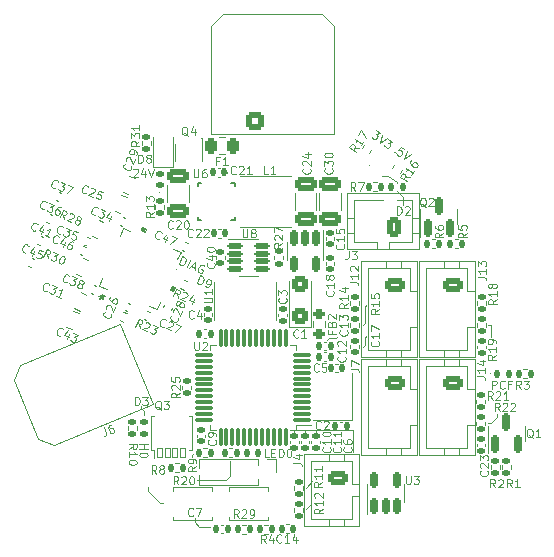
<source format=gbr>
G04 #@! TF.GenerationSoftware,KiCad,Pcbnew,(6.0.0)*
G04 #@! TF.CreationDate,2022-02-27T12:15:00+01:00*
G04 #@! TF.ProjectId,MiniAB-CAN-Board,4d696e69-4142-42d4-9341-4e2d426f6172,1*
G04 #@! TF.SameCoordinates,Original*
G04 #@! TF.FileFunction,Legend,Top*
G04 #@! TF.FilePolarity,Positive*
%FSLAX46Y46*%
G04 Gerber Fmt 4.6, Leading zero omitted, Abs format (unit mm)*
G04 Created by KiCad (PCBNEW (6.0.0)) date 2022-02-27 12:15:00*
%MOMM*%
%LPD*%
G01*
G04 APERTURE LIST*
G04 Aperture macros list*
%AMRoundRect*
0 Rectangle with rounded corners*
0 $1 Rounding radius*
0 $2 $3 $4 $5 $6 $7 $8 $9 X,Y pos of 4 corners*
0 Add a 4 corners polygon primitive as box body*
4,1,4,$2,$3,$4,$5,$6,$7,$8,$9,$2,$3,0*
0 Add four circle primitives for the rounded corners*
1,1,$1+$1,$2,$3*
1,1,$1+$1,$4,$5*
1,1,$1+$1,$6,$7*
1,1,$1+$1,$8,$9*
0 Add four rect primitives between the rounded corners*
20,1,$1+$1,$2,$3,$4,$5,0*
20,1,$1+$1,$4,$5,$6,$7,0*
20,1,$1+$1,$6,$7,$8,$9,0*
20,1,$1+$1,$8,$9,$2,$3,0*%
%AMHorizOval*
0 Thick line with rounded ends*
0 $1 width*
0 $2 $3 position (X,Y) of the first rounded end (center of the circle)*
0 $4 $5 position (X,Y) of the second rounded end (center of the circle)*
0 Add line between two ends*
20,1,$1,$2,$3,$4,$5,0*
0 Add two circle primitives to create the rounded ends*
1,1,$1,$2,$3*
1,1,$1,$4,$5*%
%AMRotRect*
0 Rectangle, with rotation*
0 The origin of the aperture is its center*
0 $1 length*
0 $2 width*
0 $3 Rotation angle, in degrees counterclockwise*
0 Add horizontal line*
21,1,$1,$2,0,0,$3*%
%AMFreePoly0*
4,1,44,0.261769,0.149538,0.273465,0.148153,0.285017,0.145855,0.296353,0.142658,0.307403,0.138582,0.318099,0.133651,0.328375,0.127896,0.338168,0.121353,0.347417,0.114061,0.356066,0.106066,0.364061,0.097417,0.371353,0.088168,0.377896,0.078375,0.383651,0.068099,0.388582,0.057403,0.392658,0.046353,0.395855,0.035017,0.398153,0.023465,0.399538,0.011769,0.400000,0.000000,
0.399538,-0.011769,0.398153,-0.023465,0.395855,-0.035017,0.392658,-0.046353,0.388582,-0.057403,0.383651,-0.068099,0.377896,-0.078375,0.371353,-0.088168,0.364061,-0.097417,0.356066,-0.106066,0.347417,-0.114061,0.338168,-0.121353,0.328375,-0.127896,0.318099,-0.133651,0.307403,-0.138582,0.296353,-0.142658,0.285017,-0.145855,0.273465,-0.148153,0.261769,-0.149538,0.250000,-0.150000,
-0.400000,-0.150000,-0.400000,0.150000,0.250000,0.150000,0.261769,0.149538,0.261769,0.149538,$1*%
%AMFreePoly1*
4,1,44,0.011769,0.399538,0.023465,0.398153,0.035017,0.395855,0.046353,0.392658,0.057403,0.388582,0.068099,0.383651,0.078375,0.377896,0.088168,0.371353,0.097417,0.364061,0.106066,0.356066,0.114061,0.347417,0.121353,0.338168,0.127896,0.328375,0.133651,0.318099,0.138582,0.307403,0.142658,0.296353,0.145855,0.285017,0.148153,0.273465,0.149538,0.261769,0.150000,0.250000,
0.150000,-0.400000,-0.150000,-0.400000,-0.150000,0.250000,-0.149538,0.261769,-0.148153,0.273465,-0.145855,0.285017,-0.142658,0.296353,-0.138582,0.307403,-0.133651,0.318099,-0.127896,0.328375,-0.121353,0.338168,-0.114061,0.347417,-0.106066,0.356066,-0.097417,0.364061,-0.088168,0.371353,-0.078375,0.377896,-0.068099,0.383651,-0.057403,0.388582,-0.046353,0.392658,-0.035017,0.395855,
-0.023465,0.398153,-0.011769,0.399538,0.000000,0.400000,0.011769,0.399538,0.011769,0.399538,$1*%
%AMFreePoly2*
4,1,44,0.400000,-0.150000,-0.250000,-0.150000,-0.261769,-0.149538,-0.273465,-0.148153,-0.285017,-0.145855,-0.296353,-0.142658,-0.307403,-0.138582,-0.318099,-0.133651,-0.328375,-0.127896,-0.338168,-0.121353,-0.347417,-0.114061,-0.356066,-0.106066,-0.364061,-0.097417,-0.371353,-0.088168,-0.377896,-0.078375,-0.383651,-0.068099,-0.388582,-0.057403,-0.392658,-0.046353,-0.395855,-0.035017,-0.398153,-0.023465,
-0.399538,-0.011769,-0.400000,0.000000,-0.399538,0.011769,-0.398153,0.023465,-0.395855,0.035017,-0.392658,0.046353,-0.388582,0.057403,-0.383651,0.068099,-0.377896,0.078375,-0.371353,0.088168,-0.364061,0.097417,-0.356066,0.106066,-0.347417,0.114061,-0.338168,0.121353,-0.328375,0.127896,-0.318099,0.133651,-0.307403,0.138582,-0.296353,0.142658,-0.285017,0.145855,-0.273465,0.148153,
-0.261769,0.149538,-0.250000,0.150000,0.400000,0.150000,0.400000,-0.150000,0.400000,-0.150000,$1*%
%AMFreePoly3*
4,1,44,0.150000,-0.250000,0.149538,-0.261769,0.148153,-0.273465,0.145855,-0.285017,0.142658,-0.296353,0.138582,-0.307403,0.133651,-0.318099,0.127896,-0.328375,0.121353,-0.338168,0.114061,-0.347417,0.106066,-0.356066,0.097417,-0.364061,0.088168,-0.371353,0.078375,-0.377896,0.068099,-0.383651,0.057403,-0.388582,0.046353,-0.392658,0.035017,-0.395855,0.023465,-0.398153,0.011769,-0.399538,
0.000000,-0.400000,-0.011769,-0.399538,-0.023465,-0.398153,-0.035017,-0.395855,-0.046353,-0.392658,-0.057403,-0.388582,-0.068099,-0.383651,-0.078375,-0.377896,-0.088168,-0.371353,-0.097417,-0.364061,-0.106066,-0.356066,-0.114061,-0.347417,-0.121353,-0.338168,-0.127896,-0.328375,-0.133651,-0.318099,-0.138582,-0.307403,-0.142658,-0.296353,-0.145855,-0.285017,-0.148153,-0.273465,-0.149538,-0.261769,
-0.150000,-0.250000,-0.150000,0.400000,0.150000,0.400000,0.150000,-0.250000,0.150000,-0.250000,$1*%
%AMFreePoly4*
4,1,13,1.100000,0.175000,0.750000,0.175000,0.750000,-0.175000,1.100000,-0.175000,1.100000,-0.475000,-1.100000,-0.475000,-1.100000,-0.175000,-0.750000,-0.175000,-0.750000,0.175000,-1.100000,0.175000,-1.100000,0.475000,1.100000,0.475000,1.100000,0.175000,1.100000,0.175000,$1*%
%AMFreePoly5*
4,1,43,1.580355,1.210355,1.595000,1.175000,1.595000,0.775000,1.580355,0.739645,1.545000,0.725000,0.975000,0.725000,0.975000,0.575000,1.545000,0.575000,1.580355,0.560355,1.595000,0.525000,1.595000,0.125000,1.580355,0.089645,1.545000,0.075000,0.975000,0.075000,0.975000,-0.075000,1.545000,-0.075000,1.580355,-0.089645,1.595000,-0.125000,1.595000,-0.525000,1.580355,-0.560355,
1.545000,-0.575000,0.975000,-0.575000,0.975000,-0.725000,1.545000,-0.725000,1.580355,-0.739645,1.595000,-0.775000,1.595000,-1.175000,1.580355,-1.210355,1.545000,-1.225000,0.925000,-1.225000,0.889645,-1.210355,0.875000,-1.175000,-0.925000,-1.175000,-0.960355,-1.160355,-0.975000,-1.125000,-0.975000,1.125000,-0.960355,1.160355,-0.925000,1.175000,0.875000,1.175000,0.889645,1.210355,
0.925000,1.225000,1.545000,1.225000,1.580355,1.210355,1.580355,1.210355,$1*%
G04 Aperture macros list end*
%ADD10C,0.100000*%
%ADD11C,0.150000*%
%ADD12C,0.120000*%
%ADD13C,0.250000*%
%ADD14R,1.200000X1.400000*%
%ADD15RoundRect,0.140000X0.194399X0.103484X-0.064287X0.210635X-0.194399X-0.103484X0.064287X-0.210635X0*%
%ADD16RoundRect,0.250000X0.412745X0.343172X-0.049195X0.534514X-0.412745X-0.343172X0.049195X-0.534514X0*%
%ADD17RoundRect,0.135000X0.185000X-0.135000X0.185000X0.135000X-0.185000X0.135000X-0.185000X-0.135000X0*%
%ADD18C,0.800000*%
%ADD19C,6.400000*%
%ADD20RoundRect,0.250000X-0.625000X0.350000X-0.625000X-0.350000X0.625000X-0.350000X0.625000X0.350000X0*%
%ADD21O,1.750000X1.200000*%
%ADD22RoundRect,0.140000X0.170000X-0.140000X0.170000X0.140000X-0.170000X0.140000X-0.170000X-0.140000X0*%
%ADD23RoundRect,0.135000X-0.185000X0.135000X-0.185000X-0.135000X0.185000X-0.135000X0.185000X0.135000X0*%
%ADD24RoundRect,0.135000X-0.135000X-0.185000X0.135000X-0.185000X0.135000X0.185000X-0.135000X0.185000X0*%
%ADD25RoundRect,0.135000X0.135000X0.185000X-0.135000X0.185000X-0.135000X-0.185000X0.135000X-0.185000X0*%
%ADD26RoundRect,0.150000X-0.150000X0.512500X-0.150000X-0.512500X0.150000X-0.512500X0.150000X0.512500X0*%
%ADD27RoundRect,0.135000X0.077881X-0.215371X0.228863X0.008469X-0.077881X0.215371X-0.228863X-0.008469X0*%
%ADD28RoundRect,0.140000X-0.170000X0.140000X-0.170000X-0.140000X0.170000X-0.140000X0.170000X0.140000X0*%
%ADD29RoundRect,0.135000X0.195520X0.119255X-0.053927X0.222580X-0.195520X-0.119255X0.053927X-0.222580X0*%
%ADD30FreePoly0,270.000000*%
%ADD31FreePoly1,270.000000*%
%ADD32FreePoly2,270.000000*%
%ADD33FreePoly3,270.000000*%
%ADD34R,1.700000X1.700000*%
%ADD35RoundRect,0.140000X0.140000X0.170000X-0.140000X0.170000X-0.140000X-0.170000X0.140000X-0.170000X0*%
%ADD36RoundRect,0.250000X0.425000X-0.450000X0.425000X0.450000X-0.425000X0.450000X-0.425000X-0.450000X0*%
%ADD37RoundRect,0.147500X-0.147500X-0.172500X0.147500X-0.172500X0.147500X0.172500X-0.147500X0.172500X0*%
%ADD38RoundRect,0.140000X-0.140000X-0.170000X0.140000X-0.170000X0.140000X0.170000X-0.140000X0.170000X0*%
%ADD39RoundRect,0.147500X0.060528X-0.218744X0.225490X0.025822X-0.060528X0.218744X-0.225490X-0.025822X0*%
%ADD40RoundRect,0.250000X0.350000X0.625000X-0.350000X0.625000X-0.350000X-0.625000X0.350000X-0.625000X0*%
%ADD41O,1.200000X1.750000*%
%ADD42RoundRect,0.150000X0.150000X-0.512500X0.150000X0.512500X-0.150000X0.512500X-0.150000X-0.512500X0*%
%ADD43FreePoly4,270.000000*%
%ADD44R,0.300000X0.350000*%
%ADD45R,0.235000X0.870000*%
%ADD46RoundRect,0.075000X0.662500X0.075000X-0.662500X0.075000X-0.662500X-0.075000X0.662500X-0.075000X0*%
%ADD47RoundRect,0.075000X0.075000X0.662500X-0.075000X0.662500X-0.075000X-0.662500X0.075000X-0.662500X0*%
%ADD48RoundRect,0.147500X-0.202285X-0.102923X0.070259X-0.215815X0.202285X0.102923X-0.070259X0.215815X0*%
%ADD49R,0.900000X1.700000*%
%ADD50RoundRect,0.250000X-0.414726X-0.315291X0.070311X-0.516200X0.414726X0.315291X-0.070311X0.516200X0*%
%ADD51RotRect,0.254000X0.762000X157.500000*%
%ADD52RotRect,0.254000X0.762000X67.500000*%
%ADD53RotRect,3.810000X3.810000X67.500000*%
%ADD54R,1.000000X1.000000*%
%ADD55O,1.000000X1.000000*%
%ADD56RoundRect,0.250000X0.650000X-0.325000X0.650000X0.325000X-0.650000X0.325000X-0.650000X-0.325000X0*%
%ADD57C,3.000000*%
%ADD58RoundRect,0.250001X-0.499999X-0.499999X0.499999X-0.499999X0.499999X0.499999X-0.499999X0.499999X0*%
%ADD59C,1.500000*%
%ADD60RoundRect,0.250001X0.653280X-0.270598X0.270598X0.653280X-0.653280X0.270598X-0.270598X-0.653280X0*%
%ADD61RoundRect,0.140000X-0.194399X-0.103484X0.064287X-0.210635X0.194399X0.103484X-0.064287X0.210635X0*%
%ADD62RoundRect,0.200000X0.275000X-0.200000X0.275000X0.200000X-0.275000X0.200000X-0.275000X-0.200000X0*%
%ADD63RoundRect,0.250000X-0.650000X0.325000X-0.650000X-0.325000X0.650000X-0.325000X0.650000X0.325000X0*%
%ADD64RoundRect,0.050000X0.200000X-0.415000X0.200000X0.415000X-0.200000X0.415000X-0.200000X-0.415000X0*%
%ADD65FreePoly5,90.000000*%
%ADD66RoundRect,0.140000X0.103484X-0.194399X0.210635X0.064287X-0.103484X0.194399X-0.210635X-0.064287X0*%
%ADD67R,0.980000X3.400000*%
%ADD68R,0.450000X0.600000*%
%ADD69RoundRect,0.147500X0.147500X0.172500X-0.147500X0.172500X-0.147500X-0.172500X0.147500X-0.172500X0*%
%ADD70RoundRect,0.147500X0.172500X-0.147500X0.172500X0.147500X-0.172500X0.147500X-0.172500X-0.147500X0*%
%ADD71R,0.449200X1.117800*%
%ADD72R,0.813000X0.500000*%
%ADD73RoundRect,0.243750X-0.243750X-0.456250X0.243750X-0.456250X0.243750X0.456250X-0.243750X0.456250X0*%
%ADD74RoundRect,0.147500X-0.060528X0.218744X-0.225490X-0.025822X0.060528X-0.218744X0.225490X0.025822X0*%
%ADD75RoundRect,0.150000X0.150000X-0.587500X0.150000X0.587500X-0.150000X0.587500X-0.150000X-0.587500X0*%
%ADD76RoundRect,0.125000X-0.537500X-0.125000X0.537500X-0.125000X0.537500X0.125000X-0.537500X0.125000X0*%
%ADD77RoundRect,0.250000X-0.443486X0.562535X-0.711364X-0.084181X0.443486X-0.562535X0.711364X0.084181X0*%
%ADD78HorizOval,1.200000X-0.254067X0.105238X0.254067X-0.105238X0*%
%ADD79RoundRect,0.250000X-0.711364X0.084181X-0.443486X-0.562535X0.711364X-0.084181X0.443486X0.562535X0*%
%ADD80HorizOval,1.200000X-0.254067X-0.105238X0.254067X0.105238X0*%
%ADD81HorizOval,0.890000X-0.184534X-0.273582X0.184534X0.273582X0*%
%ADD82HorizOval,0.950000X0.124356X-0.083879X-0.124356X0.083879X0*%
%ADD83RoundRect,0.250000X0.443486X-0.562535X0.711364X0.084181X-0.443486X0.562535X-0.711364X-0.084181X0*%
G04 APERTURE END LIST*
D10*
X99270000Y-96790000D02*
X100340000Y-97860000D01*
X103000000Y-93930000D02*
X103000000Y-93800000D01*
X98930000Y-90040000D02*
X98680000Y-89790000D01*
X119630000Y-70170000D02*
X119150000Y-70170000D01*
X111360000Y-91670000D02*
X116700000Y-91670000D01*
X128100000Y-91070000D02*
X128370000Y-91070000D01*
X112670000Y-98380000D02*
X113200000Y-97850000D01*
X117640000Y-81210000D02*
X117800000Y-81050000D01*
X106220000Y-95550000D02*
X105870000Y-95900000D01*
X103000000Y-93800000D02*
X103180000Y-93620000D01*
X112650000Y-96570000D02*
X113220000Y-96000000D01*
X99270000Y-96480000D02*
X99270000Y-96790000D01*
X120380000Y-70680000D02*
X119630000Y-70170000D01*
X128850000Y-90590000D02*
X128850000Y-90310000D01*
X114630000Y-83870000D02*
X114500000Y-84000000D01*
X113500000Y-91670000D02*
X113500000Y-91820000D01*
X115420000Y-83690000D02*
X115240000Y-83870000D01*
X98930000Y-90370000D02*
X98930000Y-90040000D01*
X128340000Y-83790000D02*
X128340000Y-82770000D01*
X117640000Y-82560000D02*
X117640000Y-81210000D01*
X103645000Y-99860000D02*
X103270000Y-99485000D01*
X105870000Y-95900000D02*
X103420000Y-95900000D01*
X117640000Y-84440000D02*
X117640000Y-83860000D01*
X98680000Y-89790000D02*
X98680000Y-89630000D01*
X117480000Y-84600000D02*
X117640000Y-84440000D01*
X120930000Y-71940000D02*
X120930000Y-72590000D01*
X103270000Y-99485000D02*
X103270000Y-99070000D01*
X117640000Y-83860000D02*
X117790000Y-83710000D01*
X106220000Y-94250000D02*
X106220000Y-95550000D01*
X128340000Y-82770000D02*
X128120000Y-82770000D01*
X116700000Y-91670000D02*
X116700000Y-93550000D01*
X117470000Y-82730000D02*
X117640000Y-82560000D01*
X112600000Y-91670000D02*
X112600000Y-91830000D01*
X103645000Y-99860000D02*
X104535000Y-99860000D01*
X115240000Y-83870000D02*
X114630000Y-83870000D01*
X100340000Y-97860000D02*
X100580000Y-97860000D01*
X111690000Y-91660000D02*
X111690000Y-91830000D01*
X120380000Y-71390000D02*
X120930000Y-71940000D01*
X120380000Y-70750000D02*
X120380000Y-70680000D01*
X128370000Y-91070000D02*
X128850000Y-90590000D01*
X98583333Y-92866666D02*
X99283333Y-92866666D01*
X98950000Y-92866666D02*
X98950000Y-93266666D01*
X98583333Y-93266666D02*
X99283333Y-93266666D01*
X99283333Y-93733333D02*
X99283333Y-93800000D01*
X99250000Y-93866666D01*
X99216666Y-93900000D01*
X99150000Y-93933333D01*
X99016666Y-93966666D01*
X98850000Y-93966666D01*
X98716666Y-93933333D01*
X98650000Y-93900000D01*
X98616666Y-93866666D01*
X98583333Y-93800000D01*
X98583333Y-93733333D01*
X98616666Y-93666666D01*
X98650000Y-93633333D01*
X98716666Y-93600000D01*
X98850000Y-93566666D01*
X99016666Y-93566666D01*
X99150000Y-93600000D01*
X99216666Y-93633333D01*
X99250000Y-93666666D01*
X99283333Y-93733333D01*
X118595858Y-66297568D02*
X118955107Y-66539885D01*
X118612547Y-66630483D01*
X118695451Y-66686402D01*
X118732080Y-66751317D01*
X118741075Y-66797591D01*
X118731430Y-66871500D01*
X118638231Y-67009673D01*
X118573317Y-67046302D01*
X118527043Y-67055297D01*
X118453134Y-67045652D01*
X118287326Y-66933814D01*
X118250697Y-66868899D01*
X118241702Y-66822625D01*
X119120915Y-66651723D02*
X118922922Y-67362528D01*
X119507799Y-66912680D01*
X119645972Y-67005879D02*
X120005221Y-67248196D01*
X119662661Y-67338794D01*
X119745565Y-67394713D01*
X119782194Y-67459628D01*
X119791189Y-67505902D01*
X119781544Y-67579811D01*
X119688345Y-67717984D01*
X119623431Y-67754613D01*
X119577157Y-67763608D01*
X119503248Y-67753963D01*
X119337441Y-67642125D01*
X119300811Y-67577210D01*
X119291816Y-67530936D01*
X128416666Y-88166666D02*
X128416666Y-87466666D01*
X128683333Y-87466666D01*
X128750000Y-87500000D01*
X128783333Y-87533333D01*
X128816666Y-87600000D01*
X128816666Y-87700000D01*
X128783333Y-87766666D01*
X128750000Y-87800000D01*
X128683333Y-87833333D01*
X128416666Y-87833333D01*
X129516666Y-88100000D02*
X129483333Y-88133333D01*
X129383333Y-88166666D01*
X129316666Y-88166666D01*
X129216666Y-88133333D01*
X129150000Y-88066666D01*
X129116666Y-88000000D01*
X129083333Y-87866666D01*
X129083333Y-87766666D01*
X129116666Y-87633333D01*
X129150000Y-87566666D01*
X129216666Y-87500000D01*
X129316666Y-87466666D01*
X129383333Y-87466666D01*
X129483333Y-87500000D01*
X129516666Y-87533333D01*
X130050000Y-87800000D02*
X129816666Y-87800000D01*
X129816666Y-88166666D02*
X129816666Y-87466666D01*
X130150000Y-87466666D01*
X121003818Y-67907643D02*
X120727473Y-67721245D01*
X120513440Y-67978951D01*
X120559715Y-67969956D01*
X120633624Y-67979601D01*
X120771797Y-68072800D01*
X120808426Y-68137714D01*
X120817421Y-68183989D01*
X120807776Y-68257898D01*
X120714577Y-68396070D01*
X120649663Y-68432700D01*
X120603389Y-68441695D01*
X120529480Y-68432050D01*
X120391307Y-68338851D01*
X120354677Y-68273937D01*
X120345682Y-68227662D01*
X121197261Y-68038121D02*
X120999268Y-68748926D01*
X121584145Y-68299078D01*
X109516666Y-93966666D02*
X109183333Y-93966666D01*
X109183333Y-93266666D01*
X109750000Y-93600000D02*
X109983333Y-93600000D01*
X110083333Y-93966666D02*
X109750000Y-93966666D01*
X109750000Y-93266666D01*
X110083333Y-93266666D01*
X110383333Y-93966666D02*
X110383333Y-93266666D01*
X110550000Y-93266666D01*
X110650000Y-93300000D01*
X110716666Y-93366666D01*
X110750000Y-93433333D01*
X110783333Y-93566666D01*
X110783333Y-93666666D01*
X110750000Y-93800000D01*
X110716666Y-93866666D01*
X110650000Y-93933333D01*
X110550000Y-93966666D01*
X110383333Y-93966666D01*
X111216666Y-93266666D02*
X111283333Y-93266666D01*
X111350000Y-93300000D01*
X111383333Y-93333333D01*
X111416666Y-93400000D01*
X111450000Y-93533333D01*
X111450000Y-93700000D01*
X111416666Y-93833333D01*
X111383333Y-93900000D01*
X111350000Y-93933333D01*
X111283333Y-93966666D01*
X111216666Y-93966666D01*
X111150000Y-93933333D01*
X111116666Y-93900000D01*
X111083333Y-93833333D01*
X111050000Y-93700000D01*
X111050000Y-93533333D01*
X111083333Y-93400000D01*
X111116666Y-93333333D01*
X111150000Y-93300000D01*
X111216666Y-93266666D01*
X98066666Y-69583333D02*
X98100000Y-69550000D01*
X98166666Y-69516666D01*
X98333333Y-69516666D01*
X98400000Y-69550000D01*
X98433333Y-69583333D01*
X98466666Y-69650000D01*
X98466666Y-69716666D01*
X98433333Y-69816666D01*
X98033333Y-70216666D01*
X98466666Y-70216666D01*
X99066666Y-69750000D02*
X99066666Y-70216666D01*
X98900000Y-69483333D02*
X98733333Y-69983333D01*
X99166666Y-69983333D01*
X99333333Y-69516666D02*
X99566666Y-70216666D01*
X99800000Y-69516666D01*
X101954937Y-77609878D02*
X102222815Y-76963162D01*
X102376795Y-77026943D01*
X102456427Y-77096007D01*
X102492507Y-77183111D01*
X102497791Y-77257459D01*
X102477562Y-77393399D01*
X102439294Y-77485787D01*
X102357473Y-77596215D01*
X102301165Y-77645051D01*
X102214061Y-77681131D01*
X102108917Y-77673658D01*
X101954937Y-77609878D01*
X102601653Y-77877756D02*
X102869531Y-77231041D01*
X102955353Y-77807785D02*
X103263313Y-77935347D01*
X102817224Y-77967049D02*
X103300675Y-77409626D01*
X103248368Y-78145635D01*
X104057818Y-77759325D02*
X104008982Y-77703017D01*
X103916594Y-77664749D01*
X103811450Y-77657276D01*
X103724346Y-77693356D01*
X103668038Y-77742192D01*
X103586218Y-77852620D01*
X103547949Y-77945008D01*
X103527721Y-78080948D01*
X103533004Y-78155296D01*
X103569084Y-78242400D01*
X103648716Y-78311464D01*
X103710308Y-78336976D01*
X103815452Y-78344449D01*
X103859004Y-78326409D01*
X103948297Y-78110837D01*
X103825113Y-78059813D01*
X91911930Y-75012704D02*
X91868378Y-75030744D01*
X91763234Y-75023271D01*
X91701642Y-74997759D01*
X91622010Y-74928695D01*
X91585930Y-74841591D01*
X91580646Y-74767243D01*
X91600875Y-74631302D01*
X91639143Y-74538915D01*
X91720964Y-74428487D01*
X91777272Y-74379651D01*
X91864376Y-74343571D01*
X91969520Y-74351043D01*
X92031112Y-74376556D01*
X92110744Y-74445620D01*
X92128784Y-74489172D01*
X92369868Y-74516873D02*
X92770216Y-74682702D01*
X92452595Y-74839777D01*
X92544983Y-74878046D01*
X92593819Y-74934354D01*
X92611859Y-74977906D01*
X92617142Y-75052254D01*
X92553362Y-75206234D01*
X92497054Y-75255070D01*
X92453501Y-75273110D01*
X92379153Y-75278394D01*
X92194377Y-75201857D01*
X92145542Y-75145549D01*
X92127502Y-75101997D01*
X93355339Y-74925069D02*
X93047380Y-74797507D01*
X92889022Y-75092711D01*
X92932575Y-75074671D01*
X93006923Y-75069388D01*
X93160903Y-75133168D01*
X93209738Y-75189476D01*
X93227778Y-75233028D01*
X93233062Y-75307377D01*
X93169281Y-75461356D01*
X93112973Y-75510192D01*
X93069421Y-75528232D01*
X92995073Y-75533516D01*
X92841093Y-75469735D01*
X92792257Y-75413427D01*
X92774217Y-75369875D01*
X90721299Y-79877373D02*
X90677747Y-79895413D01*
X90572603Y-79887940D01*
X90511011Y-79862428D01*
X90431379Y-79793364D01*
X90395299Y-79706260D01*
X90390015Y-79631912D01*
X90410244Y-79495971D01*
X90448512Y-79403584D01*
X90530333Y-79293156D01*
X90586641Y-79244320D01*
X90673745Y-79208240D01*
X90778889Y-79215712D01*
X90840481Y-79241225D01*
X90920113Y-79310289D01*
X90938153Y-79353841D01*
X91179237Y-79381542D02*
X91579585Y-79547371D01*
X91261964Y-79704446D01*
X91354352Y-79742715D01*
X91403188Y-79799023D01*
X91421228Y-79842575D01*
X91426511Y-79916923D01*
X91362731Y-80070903D01*
X91306423Y-80119739D01*
X91262870Y-80137779D01*
X91188522Y-80143063D01*
X91003746Y-80066526D01*
X90954911Y-80010218D01*
X90936871Y-79966666D01*
X91927626Y-80449209D02*
X91558074Y-80296136D01*
X91742850Y-80372673D02*
X92010728Y-79725957D01*
X91910868Y-79792833D01*
X91823764Y-79828912D01*
X91749416Y-79834196D01*
X89742174Y-74763397D02*
X89698622Y-74781437D01*
X89593478Y-74773964D01*
X89531886Y-74748452D01*
X89452254Y-74679388D01*
X89416174Y-74592284D01*
X89410890Y-74517936D01*
X89431119Y-74381995D01*
X89469387Y-74289608D01*
X89551208Y-74179180D01*
X89607516Y-74130344D01*
X89694620Y-74094264D01*
X89799764Y-74101736D01*
X89861356Y-74127249D01*
X89940988Y-74196313D01*
X89959028Y-74239865D01*
X90449575Y-74623455D02*
X90270989Y-75054599D01*
X90397644Y-74313307D02*
X90052322Y-74711466D01*
X90452670Y-74877295D01*
X90948501Y-75335233D02*
X90578949Y-75182160D01*
X90763725Y-75258697D02*
X91031603Y-74611981D01*
X90931743Y-74678857D01*
X90844639Y-74714936D01*
X90770291Y-74720220D01*
X129070000Y-90066666D02*
X128836666Y-89733333D01*
X128670000Y-90066666D02*
X128670000Y-89366666D01*
X128936666Y-89366666D01*
X129003333Y-89400000D01*
X129036666Y-89433333D01*
X129070000Y-89500000D01*
X129070000Y-89600000D01*
X129036666Y-89666666D01*
X129003333Y-89700000D01*
X128936666Y-89733333D01*
X128670000Y-89733333D01*
X129336666Y-89433333D02*
X129370000Y-89400000D01*
X129436666Y-89366666D01*
X129603333Y-89366666D01*
X129670000Y-89400000D01*
X129703333Y-89433333D01*
X129736666Y-89500000D01*
X129736666Y-89566666D01*
X129703333Y-89666666D01*
X129303333Y-90066666D01*
X129736666Y-90066666D01*
X130003333Y-89433333D02*
X130036666Y-89400000D01*
X130103333Y-89366666D01*
X130270000Y-89366666D01*
X130336666Y-89400000D01*
X130370000Y-89433333D01*
X130403333Y-89500000D01*
X130403333Y-89566666D01*
X130370000Y-89666666D01*
X129970000Y-90066666D01*
X130403333Y-90066666D01*
X116416666Y-79141666D02*
X116916666Y-79141666D01*
X117016666Y-79175000D01*
X117083333Y-79241666D01*
X117116666Y-79341666D01*
X117116666Y-79408333D01*
X117116666Y-78441666D02*
X117116666Y-78841666D01*
X117116666Y-78641666D02*
X116416666Y-78641666D01*
X116516666Y-78708333D01*
X116583333Y-78775000D01*
X116616666Y-78841666D01*
X116483333Y-78175000D02*
X116450000Y-78141666D01*
X116416666Y-78075000D01*
X116416666Y-77908333D01*
X116450000Y-77841666D01*
X116483333Y-77808333D01*
X116550000Y-77775000D01*
X116616666Y-77775000D01*
X116716666Y-77808333D01*
X117116666Y-78208333D01*
X117116666Y-77775000D01*
X90507535Y-72915636D02*
X90463983Y-72933676D01*
X90358839Y-72926203D01*
X90297247Y-72900691D01*
X90217615Y-72831627D01*
X90181535Y-72744523D01*
X90176251Y-72670175D01*
X90196480Y-72534234D01*
X90234748Y-72441847D01*
X90316569Y-72331419D01*
X90372877Y-72282583D01*
X90459981Y-72246503D01*
X90565125Y-72253975D01*
X90626717Y-72279488D01*
X90706349Y-72348552D01*
X90724389Y-72392104D01*
X90965473Y-72419805D02*
X91365821Y-72585634D01*
X91048200Y-72742709D01*
X91140588Y-72780978D01*
X91189424Y-72837286D01*
X91207464Y-72880838D01*
X91212747Y-72955186D01*
X91148967Y-73109166D01*
X91092659Y-73158002D01*
X91049106Y-73176042D01*
X90974758Y-73181326D01*
X90789982Y-73104789D01*
X90741147Y-73048481D01*
X90723107Y-73004929D01*
X91920148Y-72815244D02*
X91796964Y-72764220D01*
X91722616Y-72769504D01*
X91679064Y-72787544D01*
X91579204Y-72854419D01*
X91497384Y-72964847D01*
X91395335Y-73211215D01*
X91400618Y-73285563D01*
X91418658Y-73329115D01*
X91467494Y-73385423D01*
X91590678Y-73436448D01*
X91665026Y-73431164D01*
X91708578Y-73413124D01*
X91764886Y-73364288D01*
X91828667Y-73210309D01*
X91823383Y-73135960D01*
X91805343Y-73092408D01*
X91756508Y-73036100D01*
X91633324Y-72985076D01*
X91558976Y-72990359D01*
X91515423Y-73008399D01*
X91459115Y-73057235D01*
X110970000Y-80486667D02*
X111003333Y-80520001D01*
X111036666Y-80620001D01*
X111036666Y-80686667D01*
X111003333Y-80786667D01*
X110936666Y-80853334D01*
X110870000Y-80886667D01*
X110736666Y-80920001D01*
X110636666Y-80920001D01*
X110503333Y-80886667D01*
X110436666Y-80853334D01*
X110370000Y-80786667D01*
X110336666Y-80686667D01*
X110336666Y-80620001D01*
X110370000Y-80520001D01*
X110403333Y-80486667D01*
X110336666Y-80253334D02*
X110336666Y-79820001D01*
X110603333Y-80053334D01*
X110603333Y-79953334D01*
X110636666Y-79886667D01*
X110670000Y-79853334D01*
X110736666Y-79820001D01*
X110903333Y-79820001D01*
X110970000Y-79853334D01*
X111003333Y-79886667D01*
X111036666Y-79953334D01*
X111036666Y-80153334D01*
X111003333Y-80220001D01*
X110970000Y-80253334D01*
X88976804Y-76611154D02*
X88933252Y-76629194D01*
X88828108Y-76621721D01*
X88766516Y-76596209D01*
X88686884Y-76527145D01*
X88650804Y-76440041D01*
X88645520Y-76365693D01*
X88665749Y-76229752D01*
X88704017Y-76137365D01*
X88785838Y-76026937D01*
X88842146Y-75978101D01*
X88929250Y-75942021D01*
X89034394Y-75949493D01*
X89095986Y-75975006D01*
X89175618Y-76044070D01*
X89193658Y-76087622D01*
X89684205Y-76471212D02*
X89505619Y-76902356D01*
X89632274Y-76161064D02*
X89286952Y-76559223D01*
X89687300Y-76725052D01*
X90420213Y-76523519D02*
X90112254Y-76395957D01*
X89953896Y-76691161D01*
X89997449Y-76673121D01*
X90071797Y-76667838D01*
X90225777Y-76731618D01*
X90274612Y-76787926D01*
X90292652Y-76831478D01*
X90297936Y-76905827D01*
X90234155Y-77059806D01*
X90177847Y-77108642D01*
X90134295Y-77126682D01*
X90059947Y-77131966D01*
X89905967Y-77068185D01*
X89857131Y-77011877D01*
X89839091Y-76968325D01*
X128480000Y-89096666D02*
X128246666Y-88763333D01*
X128080000Y-89096666D02*
X128080000Y-88396666D01*
X128346666Y-88396666D01*
X128413333Y-88430000D01*
X128446666Y-88463333D01*
X128480000Y-88530000D01*
X128480000Y-88630000D01*
X128446666Y-88696666D01*
X128413333Y-88730000D01*
X128346666Y-88763333D01*
X128080000Y-88763333D01*
X128746666Y-88463333D02*
X128780000Y-88430000D01*
X128846666Y-88396666D01*
X129013333Y-88396666D01*
X129080000Y-88430000D01*
X129113333Y-88463333D01*
X129146666Y-88530000D01*
X129146666Y-88596666D01*
X129113333Y-88696666D01*
X128713333Y-89096666D01*
X129146666Y-89096666D01*
X129813333Y-89096666D02*
X129413333Y-89096666D01*
X129613333Y-89096666D02*
X129613333Y-88396666D01*
X129546666Y-88496666D01*
X129480000Y-88563333D01*
X129413333Y-88596666D01*
X101986666Y-88500000D02*
X101653333Y-88733333D01*
X101986666Y-88900000D02*
X101286666Y-88900000D01*
X101286666Y-88633333D01*
X101320000Y-88566666D01*
X101353333Y-88533333D01*
X101420000Y-88500000D01*
X101520000Y-88500000D01*
X101586666Y-88533333D01*
X101620000Y-88566666D01*
X101653333Y-88633333D01*
X101653333Y-88900000D01*
X101353333Y-88233333D02*
X101320000Y-88200000D01*
X101286666Y-88133333D01*
X101286666Y-87966666D01*
X101320000Y-87900000D01*
X101353333Y-87866666D01*
X101420000Y-87833333D01*
X101486666Y-87833333D01*
X101586666Y-87866666D01*
X101986666Y-88266666D01*
X101986666Y-87833333D01*
X101286666Y-87200000D02*
X101286666Y-87533333D01*
X101620000Y-87566666D01*
X101586666Y-87533333D01*
X101553333Y-87466666D01*
X101553333Y-87300000D01*
X101586666Y-87233333D01*
X101620000Y-87200000D01*
X101686666Y-87166666D01*
X101853333Y-87166666D01*
X101920000Y-87200000D01*
X101953333Y-87233333D01*
X101986666Y-87300000D01*
X101986666Y-87466666D01*
X101953333Y-87533333D01*
X101920000Y-87566666D01*
X106970000Y-99086666D02*
X106736666Y-98753333D01*
X106570000Y-99086666D02*
X106570000Y-98386666D01*
X106836666Y-98386666D01*
X106903333Y-98420000D01*
X106936666Y-98453333D01*
X106970000Y-98520000D01*
X106970000Y-98620000D01*
X106936666Y-98686666D01*
X106903333Y-98720000D01*
X106836666Y-98753333D01*
X106570000Y-98753333D01*
X107236666Y-98453333D02*
X107270000Y-98420000D01*
X107336666Y-98386666D01*
X107503333Y-98386666D01*
X107570000Y-98420000D01*
X107603333Y-98453333D01*
X107636666Y-98520000D01*
X107636666Y-98586666D01*
X107603333Y-98686666D01*
X107203333Y-99086666D01*
X107636666Y-99086666D01*
X107970000Y-99086666D02*
X108103333Y-99086666D01*
X108170000Y-99053333D01*
X108203333Y-99020000D01*
X108270000Y-98920000D01*
X108303333Y-98786666D01*
X108303333Y-98520000D01*
X108270000Y-98453333D01*
X108236666Y-98420000D01*
X108170000Y-98386666D01*
X108036666Y-98386666D01*
X107970000Y-98420000D01*
X107936666Y-98453333D01*
X107903333Y-98520000D01*
X107903333Y-98686666D01*
X107936666Y-98753333D01*
X107970000Y-98786666D01*
X108036666Y-98820000D01*
X108170000Y-98820000D01*
X108236666Y-98786666D01*
X108270000Y-98753333D01*
X108303333Y-98686666D01*
X126276666Y-74956666D02*
X125943333Y-75190000D01*
X126276666Y-75356666D02*
X125576666Y-75356666D01*
X125576666Y-75090000D01*
X125610000Y-75023333D01*
X125643333Y-74990000D01*
X125710000Y-74956666D01*
X125810000Y-74956666D01*
X125876666Y-74990000D01*
X125910000Y-75023333D01*
X125943333Y-75090000D01*
X125943333Y-75356666D01*
X125576666Y-74323333D02*
X125576666Y-74656666D01*
X125910000Y-74690000D01*
X125876666Y-74656666D01*
X125843333Y-74590000D01*
X125843333Y-74423333D01*
X125876666Y-74356666D01*
X125910000Y-74323333D01*
X125976666Y-74290000D01*
X126143333Y-74290000D01*
X126210000Y-74323333D01*
X126243333Y-74356666D01*
X126276666Y-74423333D01*
X126276666Y-74590000D01*
X126243333Y-74656666D01*
X126210000Y-74690000D01*
X101870000Y-96266666D02*
X101636666Y-95933333D01*
X101470000Y-96266666D02*
X101470000Y-95566666D01*
X101736666Y-95566666D01*
X101803333Y-95600000D01*
X101836666Y-95633333D01*
X101870000Y-95700000D01*
X101870000Y-95800000D01*
X101836666Y-95866666D01*
X101803333Y-95900000D01*
X101736666Y-95933333D01*
X101470000Y-95933333D01*
X102136666Y-95633333D02*
X102170000Y-95600000D01*
X102236666Y-95566666D01*
X102403333Y-95566666D01*
X102470000Y-95600000D01*
X102503333Y-95633333D01*
X102536666Y-95700000D01*
X102536666Y-95766666D01*
X102503333Y-95866666D01*
X102103333Y-96266666D01*
X102536666Y-96266666D01*
X102970000Y-95566666D02*
X103036666Y-95566666D01*
X103103333Y-95600000D01*
X103136666Y-95633333D01*
X103170000Y-95700000D01*
X103203333Y-95833333D01*
X103203333Y-96000000D01*
X103170000Y-96133333D01*
X103136666Y-96200000D01*
X103103333Y-96233333D01*
X103036666Y-96266666D01*
X102970000Y-96266666D01*
X102903333Y-96233333D01*
X102870000Y-96200000D01*
X102836666Y-96133333D01*
X102803333Y-96000000D01*
X102803333Y-95833333D01*
X102836666Y-95700000D01*
X102870000Y-95633333D01*
X102903333Y-95600000D01*
X102970000Y-95566666D01*
X117160891Y-67790144D02*
X116754067Y-67797189D01*
X116937214Y-68121759D02*
X116356888Y-67730324D01*
X116506006Y-67509247D01*
X116570920Y-67472618D01*
X116617194Y-67463623D01*
X116691103Y-67473268D01*
X116774007Y-67529187D01*
X116810636Y-67594102D01*
X116819631Y-67640376D01*
X116809986Y-67714285D01*
X116660868Y-67935362D01*
X117533687Y-67237452D02*
X117310009Y-67569067D01*
X117421848Y-67403260D02*
X116841522Y-67011825D01*
X116887146Y-67123013D01*
X116905136Y-67215562D01*
X116895491Y-67289471D01*
X117083839Y-66652575D02*
X117344795Y-66265691D01*
X117757364Y-66905837D01*
X114975000Y-79875000D02*
X115008333Y-79908333D01*
X115041666Y-80008333D01*
X115041666Y-80075000D01*
X115008333Y-80175000D01*
X114941666Y-80241666D01*
X114875000Y-80275000D01*
X114741666Y-80308333D01*
X114641666Y-80308333D01*
X114508333Y-80275000D01*
X114441666Y-80241666D01*
X114375000Y-80175000D01*
X114341666Y-80075000D01*
X114341666Y-80008333D01*
X114375000Y-79908333D01*
X114408333Y-79875000D01*
X115041666Y-79208333D02*
X115041666Y-79608333D01*
X115041666Y-79408333D02*
X114341666Y-79408333D01*
X114441666Y-79475000D01*
X114508333Y-79541666D01*
X114541666Y-79608333D01*
X114641666Y-78808333D02*
X114608333Y-78875000D01*
X114575000Y-78908333D01*
X114508333Y-78941666D01*
X114475000Y-78941666D01*
X114408333Y-78908333D01*
X114375000Y-78875000D01*
X114341666Y-78808333D01*
X114341666Y-78675000D01*
X114375000Y-78608333D01*
X114408333Y-78575000D01*
X114475000Y-78541666D01*
X114508333Y-78541666D01*
X114575000Y-78575000D01*
X114608333Y-78608333D01*
X114641666Y-78675000D01*
X114641666Y-78808333D01*
X114675000Y-78875000D01*
X114708333Y-78908333D01*
X114775000Y-78941666D01*
X114908333Y-78941666D01*
X114975000Y-78908333D01*
X115008333Y-78875000D01*
X115041666Y-78808333D01*
X115041666Y-78675000D01*
X115008333Y-78608333D01*
X114975000Y-78575000D01*
X114908333Y-78541666D01*
X114775000Y-78541666D01*
X114708333Y-78575000D01*
X114675000Y-78608333D01*
X114641666Y-78675000D01*
X116490000Y-93116666D02*
X116523333Y-93150000D01*
X116556666Y-93250000D01*
X116556666Y-93316666D01*
X116523333Y-93416666D01*
X116456666Y-93483333D01*
X116390000Y-93516666D01*
X116256666Y-93550000D01*
X116156666Y-93550000D01*
X116023333Y-93516666D01*
X115956666Y-93483333D01*
X115890000Y-93416666D01*
X115856666Y-93316666D01*
X115856666Y-93250000D01*
X115890000Y-93150000D01*
X115923333Y-93116666D01*
X115856666Y-92516666D02*
X115856666Y-92650000D01*
X115890000Y-92716666D01*
X115923333Y-92750000D01*
X116023333Y-92816666D01*
X116156666Y-92850000D01*
X116423333Y-92850000D01*
X116490000Y-92816666D01*
X116523333Y-92783333D01*
X116556666Y-92716666D01*
X116556666Y-92583333D01*
X116523333Y-92516666D01*
X116490000Y-92483333D01*
X116423333Y-92450000D01*
X116256666Y-92450000D01*
X116190000Y-92483333D01*
X116156666Y-92516666D01*
X116123333Y-92583333D01*
X116123333Y-92716666D01*
X116156666Y-92783333D01*
X116190000Y-92816666D01*
X116256666Y-92850000D01*
X98613072Y-83050354D02*
X98525061Y-82653101D01*
X98243520Y-82897280D02*
X98511398Y-82250565D01*
X98757766Y-82352614D01*
X98806602Y-82408922D01*
X98824642Y-82452474D01*
X98829926Y-82526822D01*
X98791657Y-82619210D01*
X98735349Y-82668046D01*
X98691797Y-82686086D01*
X98617449Y-82691370D01*
X98371081Y-82589321D01*
X99101806Y-82567279D02*
X99145358Y-82549239D01*
X99219706Y-82543955D01*
X99373686Y-82607736D01*
X99422522Y-82664044D01*
X99440562Y-82707596D01*
X99445845Y-82781944D01*
X99420333Y-82843536D01*
X99351269Y-82923168D01*
X98828644Y-83139647D01*
X99228991Y-83305476D01*
X99712442Y-82748053D02*
X100112789Y-82913883D01*
X99795169Y-83070958D01*
X99887557Y-83109226D01*
X99936392Y-83165534D01*
X99954432Y-83209086D01*
X99959716Y-83283435D01*
X99895935Y-83437414D01*
X99839627Y-83486250D01*
X99796075Y-83504290D01*
X99721727Y-83509574D01*
X99536951Y-83433037D01*
X99488115Y-83376729D01*
X99470075Y-83333177D01*
X103181666Y-69576666D02*
X103181666Y-70143333D01*
X103215000Y-70210000D01*
X103248333Y-70243333D01*
X103315000Y-70276666D01*
X103448333Y-70276666D01*
X103515000Y-70243333D01*
X103548333Y-70210000D01*
X103581666Y-70143333D01*
X103581666Y-69576666D01*
X104215000Y-69576666D02*
X104081666Y-69576666D01*
X104015000Y-69610000D01*
X103981666Y-69643333D01*
X103915000Y-69743333D01*
X103881666Y-69876666D01*
X103881666Y-70143333D01*
X103915000Y-70210000D01*
X103948333Y-70243333D01*
X104015000Y-70276666D01*
X104148333Y-70276666D01*
X104215000Y-70243333D01*
X104248333Y-70210000D01*
X104281666Y-70143333D01*
X104281666Y-69976666D01*
X104248333Y-69910000D01*
X104215000Y-69876666D01*
X104148333Y-69843333D01*
X104015000Y-69843333D01*
X103948333Y-69876666D01*
X103915000Y-69910000D01*
X103881666Y-69976666D01*
X109293333Y-101236666D02*
X109060000Y-100903333D01*
X108893333Y-101236666D02*
X108893333Y-100536666D01*
X109160000Y-100536666D01*
X109226666Y-100570000D01*
X109260000Y-100603333D01*
X109293333Y-100670000D01*
X109293333Y-100770000D01*
X109260000Y-100836666D01*
X109226666Y-100870000D01*
X109160000Y-100903333D01*
X108893333Y-100903333D01*
X109893333Y-100770000D02*
X109893333Y-101236666D01*
X109726666Y-100503333D02*
X109560000Y-101003333D01*
X109993333Y-101003333D01*
X103113333Y-98890000D02*
X103080000Y-98923333D01*
X102980000Y-98956666D01*
X102913333Y-98956666D01*
X102813333Y-98923333D01*
X102746666Y-98856666D01*
X102713333Y-98790000D01*
X102680000Y-98656666D01*
X102680000Y-98556666D01*
X102713333Y-98423333D01*
X102746666Y-98356666D01*
X102813333Y-98290000D01*
X102913333Y-98256666D01*
X102980000Y-98256666D01*
X103080000Y-98290000D01*
X103113333Y-98323333D01*
X103346666Y-98256666D02*
X103813333Y-98256666D01*
X103513333Y-98956666D01*
X112033333Y-83770000D02*
X112000000Y-83803333D01*
X111900000Y-83836666D01*
X111833333Y-83836666D01*
X111733333Y-83803333D01*
X111666666Y-83736666D01*
X111633333Y-83670000D01*
X111600000Y-83536666D01*
X111600000Y-83436666D01*
X111633333Y-83303333D01*
X111666666Y-83236666D01*
X111733333Y-83170000D01*
X111833333Y-83136666D01*
X111900000Y-83136666D01*
X112000000Y-83170000D01*
X112033333Y-83203333D01*
X112700000Y-83836666D02*
X112300000Y-83836666D01*
X112500000Y-83836666D02*
X112500000Y-83136666D01*
X112433333Y-83236666D01*
X112366666Y-83303333D01*
X112300000Y-83336666D01*
X113933333Y-91520000D02*
X113900000Y-91553333D01*
X113800000Y-91586666D01*
X113733333Y-91586666D01*
X113633333Y-91553333D01*
X113566666Y-91486666D01*
X113533333Y-91420000D01*
X113500000Y-91286666D01*
X113500000Y-91186666D01*
X113533333Y-91053333D01*
X113566666Y-90986666D01*
X113633333Y-90920000D01*
X113733333Y-90886666D01*
X113800000Y-90886666D01*
X113900000Y-90920000D01*
X113933333Y-90953333D01*
X114200000Y-90953333D02*
X114233333Y-90920000D01*
X114300000Y-90886666D01*
X114466666Y-90886666D01*
X114533333Y-90920000D01*
X114566666Y-90953333D01*
X114600000Y-91020000D01*
X114600000Y-91086666D01*
X114566666Y-91186666D01*
X114166666Y-91586666D01*
X114600000Y-91586666D01*
X103406666Y-94746666D02*
X103073333Y-94980000D01*
X103406666Y-95146666D02*
X102706666Y-95146666D01*
X102706666Y-94880000D01*
X102740000Y-94813333D01*
X102773333Y-94780000D01*
X102840000Y-94746666D01*
X102940000Y-94746666D01*
X103006666Y-94780000D01*
X103040000Y-94813333D01*
X103073333Y-94880000D01*
X103073333Y-95146666D01*
X103406666Y-94413333D02*
X103406666Y-94280000D01*
X103373333Y-94213333D01*
X103340000Y-94180000D01*
X103240000Y-94113333D01*
X103106666Y-94080000D01*
X102840000Y-94080000D01*
X102773333Y-94113333D01*
X102740000Y-94146666D01*
X102706666Y-94213333D01*
X102706666Y-94346666D01*
X102740000Y-94413333D01*
X102773333Y-94446666D01*
X102840000Y-94480000D01*
X103006666Y-94480000D01*
X103073333Y-94446666D01*
X103106666Y-94413333D01*
X103140000Y-94346666D01*
X103140000Y-94213333D01*
X103106666Y-94146666D01*
X103073333Y-94113333D01*
X103006666Y-94080000D01*
X97888762Y-69311416D02*
X97906802Y-69354968D01*
X97899329Y-69460112D01*
X97873817Y-69521704D01*
X97804753Y-69601336D01*
X97717649Y-69637416D01*
X97643301Y-69642700D01*
X97507360Y-69622471D01*
X97414973Y-69584203D01*
X97304545Y-69502382D01*
X97255709Y-69446074D01*
X97219629Y-69358970D01*
X97227101Y-69253826D01*
X97252614Y-69192234D01*
X97321678Y-69112602D01*
X97365230Y-69094562D01*
X97467279Y-68848194D02*
X97449239Y-68804642D01*
X97443955Y-68730294D01*
X97507736Y-68576314D01*
X97564044Y-68527478D01*
X97607596Y-68509438D01*
X97681944Y-68504155D01*
X97743536Y-68529667D01*
X97823168Y-68598731D01*
X98039647Y-69121356D01*
X98205476Y-68721009D01*
X98333037Y-68413049D02*
X98384062Y-68289865D01*
X98378778Y-68215517D01*
X98360738Y-68171965D01*
X98293862Y-68072104D01*
X98183435Y-67990284D01*
X97937067Y-67888235D01*
X97862719Y-67893519D01*
X97819166Y-67911559D01*
X97762858Y-67960395D01*
X97711834Y-68083578D01*
X97717118Y-68157927D01*
X97735157Y-68201479D01*
X97783993Y-68257787D01*
X97937973Y-68321567D01*
X98012321Y-68316284D01*
X98055873Y-68298244D01*
X98112182Y-68249408D01*
X98163206Y-68126224D01*
X98157922Y-68051876D01*
X98139882Y-68008324D01*
X98091047Y-67952016D01*
X113753333Y-86650000D02*
X113720000Y-86683333D01*
X113620000Y-86716666D01*
X113553333Y-86716666D01*
X113453333Y-86683333D01*
X113386666Y-86616666D01*
X113353333Y-86550000D01*
X113320000Y-86416666D01*
X113320000Y-86316666D01*
X113353333Y-86183333D01*
X113386666Y-86116666D01*
X113453333Y-86050000D01*
X113553333Y-86016666D01*
X113620000Y-86016666D01*
X113720000Y-86050000D01*
X113753333Y-86083333D01*
X114386666Y-86016666D02*
X114053333Y-86016666D01*
X114020000Y-86350000D01*
X114053333Y-86316666D01*
X114120000Y-86283333D01*
X114286666Y-86283333D01*
X114353333Y-86316666D01*
X114386666Y-86350000D01*
X114420000Y-86416666D01*
X114420000Y-86583333D01*
X114386666Y-86650000D01*
X114353333Y-86683333D01*
X114286666Y-86716666D01*
X114120000Y-86716666D01*
X114053333Y-86683333D01*
X114020000Y-86650000D01*
X91899262Y-83666599D02*
X91855710Y-83684639D01*
X91750566Y-83677166D01*
X91688974Y-83651654D01*
X91609342Y-83582590D01*
X91573262Y-83495486D01*
X91567978Y-83421138D01*
X91588207Y-83285197D01*
X91626475Y-83192810D01*
X91708296Y-83082382D01*
X91764604Y-83033546D01*
X91851708Y-82997466D01*
X91956852Y-83004938D01*
X92018444Y-83030451D01*
X92098076Y-83099515D01*
X92116116Y-83143067D01*
X92606663Y-83526657D02*
X92428077Y-83957801D01*
X92554732Y-83216509D02*
X92209410Y-83614668D01*
X92609758Y-83780497D01*
X92973120Y-83425890D02*
X93373467Y-83591720D01*
X93055847Y-83748795D01*
X93148235Y-83787063D01*
X93197070Y-83843371D01*
X93215110Y-83886923D01*
X93220394Y-83961272D01*
X93156613Y-84115251D01*
X93100305Y-84164087D01*
X93056753Y-84182127D01*
X92982405Y-84187411D01*
X92797629Y-84110874D01*
X92748793Y-84054566D01*
X92730753Y-84011014D01*
X116291666Y-76516666D02*
X116291666Y-77016666D01*
X116258333Y-77116666D01*
X116191666Y-77183333D01*
X116091666Y-77216666D01*
X116025000Y-77216666D01*
X116558333Y-76516666D02*
X116991666Y-76516666D01*
X116758333Y-76783333D01*
X116858333Y-76783333D01*
X116925000Y-76816666D01*
X116958333Y-76850000D01*
X116991666Y-76916666D01*
X116991666Y-77083333D01*
X116958333Y-77150000D01*
X116925000Y-77183333D01*
X116858333Y-77216666D01*
X116658333Y-77216666D01*
X116591666Y-77183333D01*
X116558333Y-77150000D01*
X121136666Y-95526666D02*
X121136666Y-96093333D01*
X121170000Y-96160000D01*
X121203333Y-96193333D01*
X121270000Y-96226666D01*
X121403333Y-96226666D01*
X121470000Y-96193333D01*
X121503333Y-96160000D01*
X121536666Y-96093333D01*
X121536666Y-95526666D01*
X121803333Y-95526666D02*
X122236666Y-95526666D01*
X122003333Y-95793333D01*
X122103333Y-95793333D01*
X122170000Y-95826666D01*
X122203333Y-95860000D01*
X122236666Y-95926666D01*
X122236666Y-96093333D01*
X122203333Y-96160000D01*
X122170000Y-96193333D01*
X122103333Y-96226666D01*
X121903333Y-96226666D01*
X121836666Y-96193333D01*
X121803333Y-96160000D01*
X102683333Y-66733333D02*
X102616666Y-66700000D01*
X102550000Y-66633333D01*
X102450000Y-66533333D01*
X102383333Y-66500000D01*
X102316666Y-66500000D01*
X102350000Y-66666666D02*
X102283333Y-66633333D01*
X102216666Y-66566666D01*
X102183333Y-66433333D01*
X102183333Y-66200000D01*
X102216666Y-66066666D01*
X102283333Y-66000000D01*
X102350000Y-65966666D01*
X102483333Y-65966666D01*
X102550000Y-66000000D01*
X102616666Y-66066666D01*
X102650000Y-66200000D01*
X102650000Y-66433333D01*
X102616666Y-66566666D01*
X102550000Y-66633333D01*
X102483333Y-66666666D01*
X102350000Y-66666666D01*
X103250000Y-66200000D02*
X103250000Y-66666666D01*
X103083333Y-65933333D02*
X102916666Y-66433333D01*
X103350000Y-66433333D01*
X128040000Y-95120000D02*
X128073333Y-95153333D01*
X128106666Y-95253333D01*
X128106666Y-95320000D01*
X128073333Y-95420000D01*
X128006666Y-95486666D01*
X127940000Y-95520000D01*
X127806666Y-95553333D01*
X127706666Y-95553333D01*
X127573333Y-95520000D01*
X127506666Y-95486666D01*
X127440000Y-95420000D01*
X127406666Y-95320000D01*
X127406666Y-95253333D01*
X127440000Y-95153333D01*
X127473333Y-95120000D01*
X127473333Y-94853333D02*
X127440000Y-94820000D01*
X127406666Y-94753333D01*
X127406666Y-94586666D01*
X127440000Y-94520000D01*
X127473333Y-94486666D01*
X127540000Y-94453333D01*
X127606666Y-94453333D01*
X127706666Y-94486666D01*
X128106666Y-94886666D01*
X128106666Y-94453333D01*
X127406666Y-94220000D02*
X127406666Y-93786666D01*
X127673333Y-94020000D01*
X127673333Y-93920000D01*
X127706666Y-93853333D01*
X127740000Y-93820000D01*
X127806666Y-93786666D01*
X127973333Y-93786666D01*
X128040000Y-93820000D01*
X128073333Y-93853333D01*
X128106666Y-93920000D01*
X128106666Y-94120000D01*
X128073333Y-94186666D01*
X128040000Y-94220000D01*
X103226666Y-84186666D02*
X103226666Y-84753333D01*
X103260000Y-84820000D01*
X103293333Y-84853333D01*
X103360000Y-84886666D01*
X103493333Y-84886666D01*
X103560000Y-84853333D01*
X103593333Y-84820000D01*
X103626666Y-84753333D01*
X103626666Y-84186666D01*
X103926666Y-84253333D02*
X103960000Y-84220000D01*
X104026666Y-84186666D01*
X104193333Y-84186666D01*
X104260000Y-84220000D01*
X104293333Y-84253333D01*
X104326666Y-84320000D01*
X104326666Y-84386666D01*
X104293333Y-84486666D01*
X103893333Y-84886666D01*
X104326666Y-84886666D01*
X97663333Y-93260000D02*
X97996666Y-93026666D01*
X97663333Y-92860000D02*
X98363333Y-92860000D01*
X98363333Y-93126666D01*
X98330000Y-93193333D01*
X98296666Y-93226666D01*
X98230000Y-93260000D01*
X98130000Y-93260000D01*
X98063333Y-93226666D01*
X98030000Y-93193333D01*
X97996666Y-93126666D01*
X97996666Y-92860000D01*
X97663333Y-93926666D02*
X97663333Y-93526666D01*
X97663333Y-93726666D02*
X98363333Y-93726666D01*
X98263333Y-93660000D01*
X98196666Y-93593333D01*
X98163333Y-93526666D01*
X98363333Y-94360000D02*
X98363333Y-94426666D01*
X98330000Y-94493333D01*
X98296666Y-94526666D01*
X98230000Y-94560000D01*
X98096666Y-94593333D01*
X97930000Y-94593333D01*
X97796666Y-94560000D01*
X97730000Y-94526666D01*
X97696666Y-94493333D01*
X97663333Y-94426666D01*
X97663333Y-94360000D01*
X97696666Y-94293333D01*
X97730000Y-94260000D01*
X97796666Y-94226666D01*
X97930000Y-94193333D01*
X98096666Y-94193333D01*
X98230000Y-94226666D01*
X98296666Y-94260000D01*
X98330000Y-94293333D01*
X98363333Y-94360000D01*
X115590000Y-93120000D02*
X115623333Y-93153333D01*
X115656666Y-93253333D01*
X115656666Y-93320000D01*
X115623333Y-93420000D01*
X115556666Y-93486666D01*
X115490000Y-93520000D01*
X115356666Y-93553333D01*
X115256666Y-93553333D01*
X115123333Y-93520000D01*
X115056666Y-93486666D01*
X114990000Y-93420000D01*
X114956666Y-93320000D01*
X114956666Y-93253333D01*
X114990000Y-93153333D01*
X115023333Y-93120000D01*
X115656666Y-92453333D02*
X115656666Y-92853333D01*
X115656666Y-92653333D02*
X114956666Y-92653333D01*
X115056666Y-92720000D01*
X115123333Y-92786666D01*
X115156666Y-92853333D01*
X115656666Y-91786666D02*
X115656666Y-92186666D01*
X115656666Y-91986666D02*
X114956666Y-91986666D01*
X115056666Y-92053333D01*
X115123333Y-92120000D01*
X115156666Y-92186666D01*
X116216666Y-80930000D02*
X115883333Y-81163333D01*
X116216666Y-81330000D02*
X115516666Y-81330000D01*
X115516666Y-81063333D01*
X115550000Y-80996666D01*
X115583333Y-80963333D01*
X115650000Y-80930000D01*
X115750000Y-80930000D01*
X115816666Y-80963333D01*
X115850000Y-80996666D01*
X115883333Y-81063333D01*
X115883333Y-81330000D01*
X116216666Y-80263333D02*
X116216666Y-80663333D01*
X116216666Y-80463333D02*
X115516666Y-80463333D01*
X115616666Y-80530000D01*
X115683333Y-80596666D01*
X115716666Y-80663333D01*
X115750000Y-79663333D02*
X116216666Y-79663333D01*
X115483333Y-79830000D02*
X115983333Y-79996666D01*
X115983333Y-79563333D01*
X105000000Y-92506667D02*
X105033333Y-92540001D01*
X105066666Y-92640001D01*
X105066666Y-92706667D01*
X105033333Y-92806667D01*
X104966666Y-92873334D01*
X104900000Y-92906667D01*
X104766666Y-92940001D01*
X104666666Y-92940001D01*
X104533333Y-92906667D01*
X104466666Y-92873334D01*
X104400000Y-92806667D01*
X104366666Y-92706667D01*
X104366666Y-92640001D01*
X104400000Y-92540001D01*
X104433333Y-92506667D01*
X105066666Y-92173334D02*
X105066666Y-92040001D01*
X105033333Y-91973334D01*
X105000000Y-91940001D01*
X104900000Y-91873334D01*
X104766666Y-91840001D01*
X104500000Y-91840001D01*
X104433333Y-91873334D01*
X104400000Y-91906667D01*
X104366666Y-91973334D01*
X104366666Y-92106667D01*
X104400000Y-92173334D01*
X104433333Y-92206667D01*
X104500000Y-92240001D01*
X104666666Y-92240001D01*
X104733333Y-92206667D01*
X104766666Y-92173334D01*
X104800000Y-92106667D01*
X104800000Y-91973334D01*
X104766666Y-91906667D01*
X104733333Y-91873334D01*
X104666666Y-91840001D01*
X101820841Y-80488142D02*
X101732830Y-80090889D01*
X101451289Y-80335068D02*
X101719167Y-79688353D01*
X101965535Y-79790402D01*
X102014371Y-79846710D01*
X102032411Y-79890262D01*
X102037695Y-79964610D01*
X101999426Y-80056998D01*
X101943118Y-80105834D01*
X101899566Y-80123874D01*
X101825218Y-80129158D01*
X101578850Y-80027109D01*
X102309575Y-80005067D02*
X102353127Y-79987027D01*
X102427475Y-79981743D01*
X102581455Y-80045524D01*
X102630291Y-80101832D01*
X102648331Y-80145384D01*
X102653614Y-80219732D01*
X102628102Y-80281324D01*
X102559038Y-80360956D01*
X102036413Y-80577435D01*
X102436760Y-80743264D01*
X103169674Y-80541730D02*
X102991088Y-80972874D01*
X103117743Y-80231582D02*
X102772421Y-80629741D01*
X103172769Y-80795571D01*
X116456666Y-86473333D02*
X116956666Y-86473333D01*
X117056666Y-86506666D01*
X117123333Y-86573333D01*
X117156666Y-86673333D01*
X117156666Y-86740000D01*
X116456666Y-86206666D02*
X116456666Y-85740000D01*
X117156666Y-86040000D01*
X103464346Y-79220597D02*
X103732224Y-78573881D01*
X103886204Y-78637661D01*
X103965836Y-78706726D01*
X104001916Y-78793830D01*
X104007199Y-78868178D01*
X103986971Y-79004118D01*
X103948702Y-79096506D01*
X103866882Y-79206934D01*
X103810574Y-79255770D01*
X103723470Y-79291850D01*
X103618326Y-79284377D01*
X103464346Y-79220597D01*
X104141857Y-79501231D02*
X104265041Y-79552256D01*
X104339389Y-79546972D01*
X104382941Y-79528932D01*
X104482802Y-79462056D01*
X104564622Y-79351628D01*
X104666671Y-79105261D01*
X104661387Y-79030912D01*
X104643347Y-78987360D01*
X104594512Y-78931052D01*
X104471328Y-78880028D01*
X104396980Y-78885311D01*
X104353428Y-78903351D01*
X104297119Y-78952187D01*
X104233339Y-79106167D01*
X104238622Y-79180515D01*
X104256662Y-79224067D01*
X104305498Y-79280375D01*
X104428682Y-79331400D01*
X104503030Y-79326116D01*
X104546582Y-79308076D01*
X104602891Y-79259240D01*
X116150000Y-83230000D02*
X116183333Y-83263333D01*
X116216666Y-83363333D01*
X116216666Y-83430000D01*
X116183333Y-83530000D01*
X116116666Y-83596666D01*
X116050000Y-83630000D01*
X115916666Y-83663333D01*
X115816666Y-83663333D01*
X115683333Y-83630000D01*
X115616666Y-83596666D01*
X115550000Y-83530000D01*
X115516666Y-83430000D01*
X115516666Y-83363333D01*
X115550000Y-83263333D01*
X115583333Y-83230000D01*
X116216666Y-82563333D02*
X116216666Y-82963333D01*
X116216666Y-82763333D02*
X115516666Y-82763333D01*
X115616666Y-82830000D01*
X115683333Y-82896666D01*
X115716666Y-82963333D01*
X115516666Y-82330000D02*
X115516666Y-81896666D01*
X115783333Y-82130000D01*
X115783333Y-82030000D01*
X115816666Y-81963333D01*
X115850000Y-81930000D01*
X115916666Y-81896666D01*
X116083333Y-81896666D01*
X116150000Y-81930000D01*
X116183333Y-81963333D01*
X116216666Y-82030000D01*
X116216666Y-82230000D01*
X116183333Y-82296666D01*
X116150000Y-82330000D01*
X90821468Y-77122682D02*
X90733457Y-76725429D01*
X90451916Y-76969608D02*
X90719794Y-76322893D01*
X90966162Y-76424942D01*
X91014998Y-76481250D01*
X91033038Y-76524802D01*
X91038322Y-76599150D01*
X91000053Y-76691538D01*
X90943745Y-76740374D01*
X90900193Y-76758414D01*
X90825845Y-76763698D01*
X90579477Y-76661649D01*
X91304918Y-76565259D02*
X91705266Y-76731088D01*
X91387645Y-76888163D01*
X91480033Y-76926432D01*
X91528869Y-76982740D01*
X91546909Y-77026292D01*
X91552192Y-77100640D01*
X91488412Y-77254620D01*
X91432104Y-77303456D01*
X91388551Y-77321496D01*
X91314203Y-77326780D01*
X91129427Y-77250243D01*
X91080592Y-77193935D01*
X91062552Y-77150383D01*
X92105614Y-76896918D02*
X92167205Y-76922430D01*
X92216041Y-76978738D01*
X92234081Y-77022290D01*
X92239365Y-77096639D01*
X92219136Y-77232579D01*
X92155356Y-77386559D01*
X92073535Y-77496986D01*
X92017227Y-77545822D01*
X91973675Y-77563862D01*
X91899327Y-77569146D01*
X91837735Y-77543634D01*
X91788899Y-77487325D01*
X91770859Y-77443773D01*
X91765576Y-77369425D01*
X91785804Y-77233485D01*
X91849585Y-77079505D01*
X91931405Y-76969077D01*
X91987713Y-76920242D01*
X92031265Y-76902202D01*
X92105614Y-76896918D01*
D11*
X95186098Y-80310658D02*
X95406070Y-80401773D01*
X95226966Y-80585298D02*
X95406070Y-80401773D01*
X95409196Y-80145356D01*
X95527378Y-80606648D02*
X95406070Y-80401773D01*
X95636716Y-80342682D01*
X95186098Y-80310658D02*
X95406070Y-80401773D01*
X95226966Y-80585298D02*
X95406070Y-80401773D01*
X95409196Y-80145356D01*
X95527378Y-80606648D02*
X95406070Y-80401773D01*
X95636716Y-80342682D01*
D10*
X110686666Y-75810000D02*
X110353333Y-76043333D01*
X110686666Y-76210000D02*
X109986666Y-76210000D01*
X109986666Y-75943333D01*
X110020000Y-75876666D01*
X110053333Y-75843333D01*
X110120000Y-75810000D01*
X110220000Y-75810000D01*
X110286666Y-75843333D01*
X110320000Y-75876666D01*
X110353333Y-75943333D01*
X110353333Y-76210000D01*
X110053333Y-75543333D02*
X110020000Y-75510000D01*
X109986666Y-75443333D01*
X109986666Y-75276666D01*
X110020000Y-75210000D01*
X110053333Y-75176666D01*
X110120000Y-75143333D01*
X110186666Y-75143333D01*
X110286666Y-75176666D01*
X110686666Y-75576666D01*
X110686666Y-75143333D01*
X109986666Y-74910000D02*
X109986666Y-74443333D01*
X110686666Y-74743333D01*
X114880000Y-69510000D02*
X114913333Y-69543333D01*
X114946666Y-69643333D01*
X114946666Y-69710000D01*
X114913333Y-69810000D01*
X114846666Y-69876666D01*
X114780000Y-69910000D01*
X114646666Y-69943333D01*
X114546666Y-69943333D01*
X114413333Y-69910000D01*
X114346666Y-69876666D01*
X114280000Y-69810000D01*
X114246666Y-69710000D01*
X114246666Y-69643333D01*
X114280000Y-69543333D01*
X114313333Y-69510000D01*
X114246666Y-69276666D02*
X114246666Y-68843333D01*
X114513333Y-69076666D01*
X114513333Y-68976666D01*
X114546666Y-68910000D01*
X114580000Y-68876666D01*
X114646666Y-68843333D01*
X114813333Y-68843333D01*
X114880000Y-68876666D01*
X114913333Y-68910000D01*
X114946666Y-68976666D01*
X114946666Y-69176666D01*
X114913333Y-69243333D01*
X114880000Y-69276666D01*
X114246666Y-68410000D02*
X114246666Y-68343333D01*
X114280000Y-68276666D01*
X114313333Y-68243333D01*
X114380000Y-68210000D01*
X114513333Y-68176666D01*
X114680000Y-68176666D01*
X114813333Y-68210000D01*
X114880000Y-68243333D01*
X114913333Y-68276666D01*
X114946666Y-68343333D01*
X114946666Y-68410000D01*
X114913333Y-68476666D01*
X114880000Y-68510000D01*
X114813333Y-68543333D01*
X114680000Y-68576666D01*
X114513333Y-68576666D01*
X114380000Y-68543333D01*
X114313333Y-68510000D01*
X114280000Y-68476666D01*
X114246666Y-68410000D01*
X118886666Y-81420000D02*
X118553333Y-81653333D01*
X118886666Y-81820000D02*
X118186666Y-81820000D01*
X118186666Y-81553333D01*
X118220000Y-81486666D01*
X118253333Y-81453333D01*
X118320000Y-81420000D01*
X118420000Y-81420000D01*
X118486666Y-81453333D01*
X118520000Y-81486666D01*
X118553333Y-81553333D01*
X118553333Y-81820000D01*
X118886666Y-80753333D02*
X118886666Y-81153333D01*
X118886666Y-80953333D02*
X118186666Y-80953333D01*
X118286666Y-81020000D01*
X118353333Y-81086666D01*
X118386666Y-81153333D01*
X118186666Y-80120000D02*
X118186666Y-80453333D01*
X118520000Y-80486666D01*
X118486666Y-80453333D01*
X118453333Y-80386666D01*
X118453333Y-80220000D01*
X118486666Y-80153333D01*
X118520000Y-80120000D01*
X118586666Y-80086666D01*
X118753333Y-80086666D01*
X118820000Y-80120000D01*
X118853333Y-80153333D01*
X118886666Y-80220000D01*
X118886666Y-80386666D01*
X118853333Y-80453333D01*
X118820000Y-80486666D01*
X114096666Y-98310000D02*
X113763333Y-98543333D01*
X114096666Y-98710000D02*
X113396666Y-98710000D01*
X113396666Y-98443333D01*
X113430000Y-98376666D01*
X113463333Y-98343333D01*
X113530000Y-98310000D01*
X113630000Y-98310000D01*
X113696666Y-98343333D01*
X113730000Y-98376666D01*
X113763333Y-98443333D01*
X113763333Y-98710000D01*
X114096666Y-97643333D02*
X114096666Y-98043333D01*
X114096666Y-97843333D02*
X113396666Y-97843333D01*
X113496666Y-97910000D01*
X113563333Y-97976666D01*
X113596666Y-98043333D01*
X113463333Y-97376666D02*
X113430000Y-97343333D01*
X113396666Y-97276666D01*
X113396666Y-97110000D01*
X113430000Y-97043333D01*
X113463333Y-97010000D01*
X113530000Y-96976666D01*
X113596666Y-96976666D01*
X113696666Y-97010000D01*
X114096666Y-97410000D01*
X114096666Y-96976666D01*
X99796666Y-73190000D02*
X99463333Y-73423333D01*
X99796666Y-73590000D02*
X99096666Y-73590000D01*
X99096666Y-73323333D01*
X99130000Y-73256666D01*
X99163333Y-73223333D01*
X99230000Y-73190000D01*
X99330000Y-73190000D01*
X99396666Y-73223333D01*
X99430000Y-73256666D01*
X99463333Y-73323333D01*
X99463333Y-73590000D01*
X99796666Y-72523333D02*
X99796666Y-72923333D01*
X99796666Y-72723333D02*
X99096666Y-72723333D01*
X99196666Y-72790000D01*
X99263333Y-72856666D01*
X99296666Y-72923333D01*
X99096666Y-72290000D02*
X99096666Y-71856666D01*
X99363333Y-72090000D01*
X99363333Y-71990000D01*
X99396666Y-71923333D01*
X99430000Y-71890000D01*
X99496666Y-71856666D01*
X99663333Y-71856666D01*
X99730000Y-71890000D01*
X99763333Y-71923333D01*
X99796666Y-71990000D01*
X99796666Y-72190000D01*
X99763333Y-72256666D01*
X99730000Y-72290000D01*
X116868333Y-71391666D02*
X116635000Y-71058333D01*
X116468333Y-71391666D02*
X116468333Y-70691666D01*
X116735000Y-70691666D01*
X116801666Y-70725000D01*
X116835000Y-70758333D01*
X116868333Y-70825000D01*
X116868333Y-70925000D01*
X116835000Y-70991666D01*
X116801666Y-71025000D01*
X116735000Y-71058333D01*
X116468333Y-71058333D01*
X117101666Y-70691666D02*
X117568333Y-70691666D01*
X117268333Y-71391666D01*
X130883333Y-88166666D02*
X130650000Y-87833333D01*
X130483333Y-88166666D02*
X130483333Y-87466666D01*
X130750000Y-87466666D01*
X130816666Y-87500000D01*
X130850000Y-87533333D01*
X130883333Y-87600000D01*
X130883333Y-87700000D01*
X130850000Y-87766666D01*
X130816666Y-87800000D01*
X130750000Y-87833333D01*
X130483333Y-87833333D01*
X131116666Y-87466666D02*
X131550000Y-87466666D01*
X131316666Y-87733333D01*
X131416666Y-87733333D01*
X131483333Y-87766666D01*
X131516666Y-87800000D01*
X131550000Y-87866666D01*
X131550000Y-88033333D01*
X131516666Y-88100000D01*
X131483333Y-88133333D01*
X131416666Y-88166666D01*
X131216666Y-88166666D01*
X131150000Y-88133333D01*
X131116666Y-88100000D01*
X100013333Y-95346666D02*
X99780000Y-95013333D01*
X99613333Y-95346666D02*
X99613333Y-94646666D01*
X99880000Y-94646666D01*
X99946666Y-94680000D01*
X99980000Y-94713333D01*
X100013333Y-94780000D01*
X100013333Y-94880000D01*
X99980000Y-94946666D01*
X99946666Y-94980000D01*
X99880000Y-95013333D01*
X99613333Y-95013333D01*
X100413333Y-94946666D02*
X100346666Y-94913333D01*
X100313333Y-94880000D01*
X100280000Y-94813333D01*
X100280000Y-94780000D01*
X100313333Y-94713333D01*
X100346666Y-94680000D01*
X100413333Y-94646666D01*
X100546666Y-94646666D01*
X100613333Y-94680000D01*
X100646666Y-94713333D01*
X100680000Y-94780000D01*
X100680000Y-94813333D01*
X100646666Y-94880000D01*
X100613333Y-94913333D01*
X100546666Y-94946666D01*
X100413333Y-94946666D01*
X100346666Y-94980000D01*
X100313333Y-95013333D01*
X100280000Y-95080000D01*
X100280000Y-95213333D01*
X100313333Y-95280000D01*
X100346666Y-95313333D01*
X100413333Y-95346666D01*
X100546666Y-95346666D01*
X100613333Y-95313333D01*
X100646666Y-95280000D01*
X100680000Y-95213333D01*
X100680000Y-95080000D01*
X100646666Y-95013333D01*
X100613333Y-94980000D01*
X100546666Y-94946666D01*
X94038583Y-71598762D02*
X93995031Y-71616802D01*
X93889887Y-71609329D01*
X93828295Y-71583817D01*
X93748663Y-71514753D01*
X93712583Y-71427649D01*
X93707299Y-71353301D01*
X93727528Y-71217360D01*
X93765796Y-71124973D01*
X93847617Y-71014545D01*
X93903925Y-70965709D01*
X93991029Y-70929629D01*
X94096173Y-70937101D01*
X94157765Y-70962614D01*
X94237397Y-71031678D01*
X94255437Y-71075230D01*
X94501805Y-71177279D02*
X94545357Y-71159239D01*
X94619705Y-71153955D01*
X94773685Y-71217736D01*
X94822521Y-71274044D01*
X94840561Y-71317596D01*
X94845844Y-71391944D01*
X94820332Y-71453536D01*
X94751268Y-71533168D01*
X94228643Y-71749647D01*
X94628990Y-71915476D01*
X95481992Y-71511127D02*
X95174033Y-71383565D01*
X95015675Y-71678769D01*
X95059228Y-71660729D01*
X95133576Y-71655446D01*
X95287556Y-71719226D01*
X95336391Y-71775534D01*
X95354431Y-71819086D01*
X95359715Y-71893435D01*
X95295934Y-72047414D01*
X95239626Y-72096250D01*
X95196074Y-72114290D01*
X95121726Y-72119574D01*
X94967746Y-72055793D01*
X94918910Y-71999485D01*
X94900870Y-71955933D01*
X103100000Y-75260000D02*
X103066666Y-75293333D01*
X102966666Y-75326666D01*
X102900000Y-75326666D01*
X102800000Y-75293333D01*
X102733333Y-75226666D01*
X102700000Y-75160000D01*
X102666666Y-75026666D01*
X102666666Y-74926666D01*
X102700000Y-74793333D01*
X102733333Y-74726666D01*
X102800000Y-74660000D01*
X102900000Y-74626666D01*
X102966666Y-74626666D01*
X103066666Y-74660000D01*
X103100000Y-74693333D01*
X103366666Y-74693333D02*
X103400000Y-74660000D01*
X103466666Y-74626666D01*
X103633333Y-74626666D01*
X103700000Y-74660000D01*
X103733333Y-74693333D01*
X103766666Y-74760000D01*
X103766666Y-74826666D01*
X103733333Y-74926666D01*
X103333333Y-75326666D01*
X103766666Y-75326666D01*
X104033333Y-74693333D02*
X104066666Y-74660000D01*
X104133333Y-74626666D01*
X104300000Y-74626666D01*
X104366666Y-74660000D01*
X104400000Y-74693333D01*
X104433333Y-74760000D01*
X104433333Y-74826666D01*
X104400000Y-74926666D01*
X104000000Y-75326666D01*
X104433333Y-75326666D01*
X115860000Y-75940000D02*
X115893333Y-75973333D01*
X115926666Y-76073333D01*
X115926666Y-76140000D01*
X115893333Y-76240000D01*
X115826666Y-76306666D01*
X115760000Y-76340000D01*
X115626666Y-76373333D01*
X115526666Y-76373333D01*
X115393333Y-76340000D01*
X115326666Y-76306666D01*
X115260000Y-76240000D01*
X115226666Y-76140000D01*
X115226666Y-76073333D01*
X115260000Y-75973333D01*
X115293333Y-75940000D01*
X115926666Y-75273333D02*
X115926666Y-75673333D01*
X115926666Y-75473333D02*
X115226666Y-75473333D01*
X115326666Y-75540000D01*
X115393333Y-75606666D01*
X115426666Y-75673333D01*
X115226666Y-74640000D02*
X115226666Y-74973333D01*
X115560000Y-75006666D01*
X115526666Y-74973333D01*
X115493333Y-74906666D01*
X115493333Y-74740000D01*
X115526666Y-74673333D01*
X115560000Y-74640000D01*
X115626666Y-74606666D01*
X115793333Y-74606666D01*
X115860000Y-74640000D01*
X115893333Y-74673333D01*
X115926666Y-74740000D01*
X115926666Y-74906666D01*
X115893333Y-74973333D01*
X115860000Y-75006666D01*
X110610000Y-101120000D02*
X110576666Y-101153333D01*
X110476666Y-101186666D01*
X110410000Y-101186666D01*
X110310000Y-101153333D01*
X110243333Y-101086666D01*
X110210000Y-101020000D01*
X110176666Y-100886666D01*
X110176666Y-100786666D01*
X110210000Y-100653333D01*
X110243333Y-100586666D01*
X110310000Y-100520000D01*
X110410000Y-100486666D01*
X110476666Y-100486666D01*
X110576666Y-100520000D01*
X110610000Y-100553333D01*
X111276666Y-101186666D02*
X110876666Y-101186666D01*
X111076666Y-101186666D02*
X111076666Y-100486666D01*
X111010000Y-100586666D01*
X110943333Y-100653333D01*
X110876666Y-100686666D01*
X111876666Y-100720000D02*
X111876666Y-101186666D01*
X111710000Y-100453333D02*
X111543333Y-100953333D01*
X111976666Y-100953333D01*
X104900000Y-77500000D02*
X104933333Y-77533333D01*
X104966666Y-77633333D01*
X104966666Y-77700000D01*
X104933333Y-77800000D01*
X104866666Y-77866666D01*
X104800000Y-77900000D01*
X104666666Y-77933333D01*
X104566666Y-77933333D01*
X104433333Y-77900000D01*
X104366666Y-77866666D01*
X104300000Y-77800000D01*
X104266666Y-77700000D01*
X104266666Y-77633333D01*
X104300000Y-77533333D01*
X104333333Y-77500000D01*
X104500000Y-76900000D02*
X104966666Y-76900000D01*
X104233333Y-77066666D02*
X104733333Y-77233333D01*
X104733333Y-76800000D01*
X104266666Y-76400000D02*
X104266666Y-76333333D01*
X104300000Y-76266666D01*
X104333333Y-76233333D01*
X104400000Y-76200000D01*
X104533333Y-76166666D01*
X104700000Y-76166666D01*
X104833333Y-76200000D01*
X104900000Y-76233333D01*
X104933333Y-76266666D01*
X104966666Y-76333333D01*
X104966666Y-76400000D01*
X104933333Y-76466666D01*
X104900000Y-76500000D01*
X104833333Y-76533333D01*
X104700000Y-76566666D01*
X104533333Y-76566666D01*
X104400000Y-76533333D01*
X104333333Y-76500000D01*
X104300000Y-76466666D01*
X104266666Y-76400000D01*
X118820000Y-84150000D02*
X118853333Y-84183333D01*
X118886666Y-84283333D01*
X118886666Y-84350000D01*
X118853333Y-84450000D01*
X118786666Y-84516666D01*
X118720000Y-84550000D01*
X118586666Y-84583333D01*
X118486666Y-84583333D01*
X118353333Y-84550000D01*
X118286666Y-84516666D01*
X118220000Y-84450000D01*
X118186666Y-84350000D01*
X118186666Y-84283333D01*
X118220000Y-84183333D01*
X118253333Y-84150000D01*
X118886666Y-83483333D02*
X118886666Y-83883333D01*
X118886666Y-83683333D02*
X118186666Y-83683333D01*
X118286666Y-83750000D01*
X118353333Y-83816666D01*
X118386666Y-83883333D01*
X118186666Y-83250000D02*
X118186666Y-82783333D01*
X118886666Y-83083333D01*
X114710000Y-93120000D02*
X114743333Y-93153333D01*
X114776666Y-93253333D01*
X114776666Y-93320000D01*
X114743333Y-93420000D01*
X114676666Y-93486666D01*
X114610000Y-93520000D01*
X114476666Y-93553333D01*
X114376666Y-93553333D01*
X114243333Y-93520000D01*
X114176666Y-93486666D01*
X114110000Y-93420000D01*
X114076666Y-93320000D01*
X114076666Y-93253333D01*
X114110000Y-93153333D01*
X114143333Y-93120000D01*
X114776666Y-92453333D02*
X114776666Y-92853333D01*
X114776666Y-92653333D02*
X114076666Y-92653333D01*
X114176666Y-92720000D01*
X114243333Y-92786666D01*
X114276666Y-92853333D01*
X114076666Y-92020000D02*
X114076666Y-91953333D01*
X114110000Y-91886666D01*
X114143333Y-91853333D01*
X114210000Y-91820000D01*
X114343333Y-91786666D01*
X114510000Y-91786666D01*
X114643333Y-91820000D01*
X114710000Y-91853333D01*
X114743333Y-91886666D01*
X114776666Y-91953333D01*
X114776666Y-92020000D01*
X114743333Y-92086666D01*
X114710000Y-92120000D01*
X114643333Y-92153333D01*
X114510000Y-92186666D01*
X114343333Y-92186666D01*
X114210000Y-92153333D01*
X114143333Y-92120000D01*
X114110000Y-92086666D01*
X114076666Y-92020000D01*
X95573326Y-91439935D02*
X95764668Y-91901875D01*
X95772140Y-92007019D01*
X95736061Y-92094124D01*
X95656429Y-92163188D01*
X95594837Y-92188700D01*
X96158450Y-91197569D02*
X96035266Y-91248594D01*
X95986430Y-91304902D01*
X95968390Y-91348454D01*
X95945067Y-91466354D01*
X95965295Y-91602294D01*
X96067344Y-91848662D01*
X96123652Y-91897498D01*
X96167204Y-91915538D01*
X96241552Y-91920822D01*
X96364736Y-91869797D01*
X96413572Y-91813489D01*
X96431612Y-91769937D01*
X96436896Y-91695589D01*
X96373115Y-91541609D01*
X96316807Y-91492773D01*
X96273255Y-91474733D01*
X96198907Y-91469449D01*
X96075723Y-91520474D01*
X96026887Y-91576782D01*
X96008847Y-91620334D01*
X96003564Y-91694682D01*
X96198762Y-81841416D02*
X96216802Y-81884968D01*
X96209329Y-81990112D01*
X96183817Y-82051704D01*
X96114753Y-82131336D01*
X96027649Y-82167416D01*
X95953301Y-82172700D01*
X95817360Y-82152471D01*
X95724973Y-82114203D01*
X95614545Y-82032382D01*
X95565709Y-81976074D01*
X95529629Y-81888970D01*
X95537101Y-81783826D01*
X95562614Y-81722234D01*
X95631678Y-81642602D01*
X95675230Y-81624562D01*
X95777279Y-81378194D02*
X95759239Y-81334642D01*
X95753955Y-81260294D01*
X95817736Y-81106314D01*
X95874044Y-81057478D01*
X95917596Y-81039438D01*
X95991944Y-81034155D01*
X96053536Y-81059667D01*
X96133168Y-81128731D01*
X96349647Y-81651356D01*
X96515476Y-81251009D01*
X96098370Y-80428803D02*
X96047346Y-80551987D01*
X96052630Y-80626335D01*
X96070670Y-80669887D01*
X96137545Y-80769747D01*
X96247973Y-80851567D01*
X96494341Y-80953616D01*
X96568689Y-80948333D01*
X96612241Y-80930293D01*
X96668549Y-80881457D01*
X96719574Y-80758273D01*
X96714290Y-80683925D01*
X96696250Y-80640373D01*
X96647414Y-80584065D01*
X96493435Y-80520284D01*
X96419086Y-80525568D01*
X96375534Y-80543608D01*
X96319226Y-80592443D01*
X96268202Y-80715627D01*
X96273485Y-80789975D01*
X96291525Y-80833528D01*
X96340361Y-80889836D01*
X111606666Y-94423333D02*
X112106666Y-94423333D01*
X112206666Y-94456666D01*
X112273333Y-94523333D01*
X112306666Y-94623333D01*
X112306666Y-94690000D01*
X111840000Y-93790000D02*
X112306666Y-93790000D01*
X111573333Y-93956666D02*
X112073333Y-94123333D01*
X112073333Y-93690000D01*
X100238583Y-75478762D02*
X100195031Y-75496802D01*
X100089887Y-75489329D01*
X100028295Y-75463817D01*
X99948663Y-75394753D01*
X99912583Y-75307649D01*
X99907299Y-75233301D01*
X99927528Y-75097360D01*
X99965796Y-75004973D01*
X100047617Y-74894545D01*
X100103925Y-74845709D01*
X100191029Y-74809629D01*
X100296173Y-74817101D01*
X100357765Y-74842614D01*
X100437397Y-74911678D01*
X100455437Y-74955230D01*
X100945984Y-75338820D02*
X100767398Y-75769964D01*
X100894053Y-75028672D02*
X100548731Y-75426831D01*
X100949079Y-75592660D01*
X101312441Y-75238053D02*
X101743584Y-75416639D01*
X101198542Y-75948549D01*
X124286666Y-74956666D02*
X123953333Y-75190000D01*
X124286666Y-75356666D02*
X123586666Y-75356666D01*
X123586666Y-75090000D01*
X123620000Y-75023333D01*
X123653333Y-74990000D01*
X123720000Y-74956666D01*
X123820000Y-74956666D01*
X123886666Y-74990000D01*
X123920000Y-75023333D01*
X123953333Y-75090000D01*
X123953333Y-75356666D01*
X123586666Y-74356666D02*
X123586666Y-74490000D01*
X123620000Y-74556666D01*
X123653333Y-74590000D01*
X123753333Y-74656666D01*
X123886666Y-74690000D01*
X124153333Y-74690000D01*
X124220000Y-74656666D01*
X124253333Y-74623333D01*
X124286666Y-74556666D01*
X124286666Y-74423333D01*
X124253333Y-74356666D01*
X124220000Y-74323333D01*
X124153333Y-74290000D01*
X123986666Y-74290000D01*
X123920000Y-74323333D01*
X123886666Y-74356666D01*
X123853333Y-74423333D01*
X123853333Y-74556666D01*
X123886666Y-74623333D01*
X123920000Y-74656666D01*
X123986666Y-74690000D01*
X92433590Y-79150271D02*
X92390038Y-79168311D01*
X92284894Y-79160838D01*
X92223302Y-79135326D01*
X92143670Y-79066262D01*
X92107590Y-78979158D01*
X92102306Y-78904810D01*
X92122535Y-78768869D01*
X92160803Y-78676482D01*
X92242624Y-78566054D01*
X92298932Y-78517218D01*
X92386036Y-78481138D01*
X92491180Y-78488610D01*
X92552772Y-78514123D01*
X92632404Y-78583187D01*
X92650444Y-78626739D01*
X92891528Y-78654440D02*
X93291876Y-78820269D01*
X92974255Y-78977344D01*
X93066643Y-79015613D01*
X93115479Y-79071921D01*
X93133519Y-79115473D01*
X93138802Y-79189821D01*
X93075022Y-79343801D01*
X93018714Y-79392637D01*
X92975161Y-79410677D01*
X92900813Y-79415961D01*
X92716037Y-79339424D01*
X92667202Y-79283116D01*
X92649162Y-79239564D01*
X93546622Y-79250507D02*
X93497787Y-79194198D01*
X93479747Y-79150646D01*
X93474463Y-79076298D01*
X93487219Y-79045502D01*
X93543527Y-78996666D01*
X93587079Y-78978627D01*
X93661428Y-78973343D01*
X93784611Y-79024367D01*
X93833447Y-79080675D01*
X93851487Y-79124228D01*
X93856771Y-79198576D01*
X93844015Y-79229372D01*
X93787707Y-79278207D01*
X93744155Y-79296247D01*
X93669806Y-79301531D01*
X93546622Y-79250507D01*
X93472274Y-79255790D01*
X93428722Y-79273830D01*
X93372414Y-79322666D01*
X93321390Y-79445850D01*
X93326673Y-79520198D01*
X93344713Y-79563750D01*
X93393549Y-79620058D01*
X93516733Y-79671083D01*
X93591081Y-79665799D01*
X93634633Y-79647759D01*
X93690941Y-79598923D01*
X93741966Y-79475740D01*
X93736682Y-79401391D01*
X93718642Y-79357839D01*
X93669806Y-79301531D01*
X114850000Y-83283333D02*
X114850000Y-83516666D01*
X115216666Y-83516666D02*
X114516666Y-83516666D01*
X114516666Y-83183333D01*
X114850000Y-82683333D02*
X114883333Y-82583333D01*
X114916666Y-82550000D01*
X114983333Y-82516666D01*
X115083333Y-82516666D01*
X115150000Y-82550000D01*
X115183333Y-82583333D01*
X115216666Y-82650000D01*
X115216666Y-82916666D01*
X114516666Y-82916666D01*
X114516666Y-82683333D01*
X114550000Y-82616666D01*
X114583333Y-82583333D01*
X114650000Y-82550000D01*
X114716666Y-82550000D01*
X114783333Y-82583333D01*
X114816666Y-82616666D01*
X114850000Y-82683333D01*
X114850000Y-82916666D01*
X114583333Y-82250000D02*
X114550000Y-82216666D01*
X114516666Y-82150000D01*
X114516666Y-81983333D01*
X114550000Y-81916666D01*
X114583333Y-81883333D01*
X114650000Y-81850000D01*
X114716666Y-81850000D01*
X114816666Y-81883333D01*
X115216666Y-82283333D01*
X115216666Y-81850000D01*
X127166666Y-87116666D02*
X127666666Y-87116666D01*
X127766666Y-87150000D01*
X127833333Y-87216666D01*
X127866666Y-87316666D01*
X127866666Y-87383333D01*
X127866666Y-86416666D02*
X127866666Y-86816666D01*
X127866666Y-86616666D02*
X127166666Y-86616666D01*
X127266666Y-86683333D01*
X127333333Y-86750000D01*
X127366666Y-86816666D01*
X127400000Y-85816666D02*
X127866666Y-85816666D01*
X127133333Y-85983333D02*
X127633333Y-86150000D01*
X127633333Y-85716666D01*
X101410000Y-74550000D02*
X101376666Y-74583333D01*
X101276666Y-74616666D01*
X101210000Y-74616666D01*
X101110000Y-74583333D01*
X101043333Y-74516666D01*
X101010000Y-74450000D01*
X100976666Y-74316666D01*
X100976666Y-74216666D01*
X101010000Y-74083333D01*
X101043333Y-74016666D01*
X101110000Y-73950000D01*
X101210000Y-73916666D01*
X101276666Y-73916666D01*
X101376666Y-73950000D01*
X101410000Y-73983333D01*
X101676666Y-73983333D02*
X101710000Y-73950000D01*
X101776666Y-73916666D01*
X101943333Y-73916666D01*
X102010000Y-73950000D01*
X102043333Y-73983333D01*
X102076666Y-74050000D01*
X102076666Y-74116666D01*
X102043333Y-74216666D01*
X101643333Y-74616666D01*
X102076666Y-74616666D01*
X102510000Y-73916666D02*
X102576666Y-73916666D01*
X102643333Y-73950000D01*
X102676666Y-73983333D01*
X102710000Y-74050000D01*
X102743333Y-74183333D01*
X102743333Y-74350000D01*
X102710000Y-74483333D01*
X102676666Y-74550000D01*
X102643333Y-74583333D01*
X102576666Y-74616666D01*
X102510000Y-74616666D01*
X102443333Y-74583333D01*
X102410000Y-74550000D01*
X102376666Y-74483333D01*
X102343333Y-74350000D01*
X102343333Y-74183333D01*
X102376666Y-74050000D01*
X102410000Y-73983333D01*
X102443333Y-73950000D01*
X102510000Y-73916666D01*
X100628583Y-82908762D02*
X100585031Y-82926802D01*
X100479887Y-82919329D01*
X100418295Y-82893817D01*
X100338663Y-82824753D01*
X100302583Y-82737649D01*
X100297299Y-82663301D01*
X100317528Y-82527360D01*
X100355796Y-82434973D01*
X100437617Y-82324545D01*
X100493925Y-82275709D01*
X100581029Y-82239629D01*
X100686173Y-82247101D01*
X100747765Y-82272614D01*
X100827397Y-82341678D01*
X100845437Y-82385230D01*
X101091805Y-82487279D02*
X101135357Y-82469239D01*
X101209705Y-82463955D01*
X101363685Y-82527736D01*
X101412521Y-82584044D01*
X101430561Y-82627596D01*
X101435844Y-82701944D01*
X101410332Y-82763536D01*
X101341268Y-82843168D01*
X100818643Y-83059647D01*
X101218990Y-83225476D01*
X101702441Y-82668053D02*
X102133584Y-82846639D01*
X101588542Y-83378549D01*
X130123333Y-96516666D02*
X129890000Y-96183333D01*
X129723333Y-96516666D02*
X129723333Y-95816666D01*
X129990000Y-95816666D01*
X130056666Y-95850000D01*
X130090000Y-95883333D01*
X130123333Y-95950000D01*
X130123333Y-96050000D01*
X130090000Y-96116666D01*
X130056666Y-96150000D01*
X129990000Y-96183333D01*
X129723333Y-96183333D01*
X130790000Y-96516666D02*
X130390000Y-96516666D01*
X130590000Y-96516666D02*
X130590000Y-95816666D01*
X130523333Y-95916666D01*
X130456666Y-95983333D01*
X130390000Y-96016666D01*
X100433333Y-89943333D02*
X100366666Y-89910000D01*
X100300000Y-89843333D01*
X100200000Y-89743333D01*
X100133333Y-89710000D01*
X100066666Y-89710000D01*
X100100000Y-89876666D02*
X100033333Y-89843333D01*
X99966666Y-89776666D01*
X99933333Y-89643333D01*
X99933333Y-89410000D01*
X99966666Y-89276666D01*
X100033333Y-89210000D01*
X100100000Y-89176666D01*
X100233333Y-89176666D01*
X100300000Y-89210000D01*
X100366666Y-89276666D01*
X100400000Y-89410000D01*
X100400000Y-89643333D01*
X100366666Y-89776666D01*
X100300000Y-89843333D01*
X100233333Y-89876666D01*
X100100000Y-89876666D01*
X100633333Y-89176666D02*
X101066666Y-89176666D01*
X100833333Y-89443333D01*
X100933333Y-89443333D01*
X101000000Y-89476666D01*
X101033333Y-89510000D01*
X101066666Y-89576666D01*
X101066666Y-89743333D01*
X101033333Y-89810000D01*
X101000000Y-89843333D01*
X100933333Y-89876666D01*
X100733333Y-89876666D01*
X100666666Y-89843333D01*
X100633333Y-89810000D01*
X101858762Y-82161416D02*
X101876802Y-82204968D01*
X101869329Y-82310112D01*
X101843817Y-82371704D01*
X101774753Y-82451336D01*
X101687649Y-82487416D01*
X101613301Y-82492700D01*
X101477360Y-82472471D01*
X101384973Y-82434203D01*
X101274545Y-82352382D01*
X101225709Y-82296074D01*
X101189629Y-82208970D01*
X101197101Y-82103826D01*
X101222614Y-82042234D01*
X101291678Y-81962602D01*
X101335230Y-81944562D01*
X101437279Y-81698194D02*
X101419239Y-81654642D01*
X101413955Y-81580294D01*
X101477736Y-81426314D01*
X101534044Y-81377478D01*
X101577596Y-81359438D01*
X101651944Y-81354155D01*
X101713536Y-81379667D01*
X101793168Y-81448731D01*
X102009647Y-81971356D01*
X102175476Y-81571009D01*
X101958998Y-81048384D02*
X101902689Y-81097219D01*
X101859137Y-81115259D01*
X101784789Y-81120543D01*
X101753993Y-81107787D01*
X101705157Y-81051479D01*
X101687118Y-81007927D01*
X101681834Y-80933578D01*
X101732858Y-80810395D01*
X101789166Y-80761559D01*
X101832719Y-80743519D01*
X101907067Y-80738235D01*
X101937863Y-80750991D01*
X101986698Y-80807299D01*
X102004738Y-80850851D01*
X102010022Y-80925200D01*
X101958998Y-81048384D01*
X101964281Y-81122732D01*
X101982321Y-81166284D01*
X102031157Y-81222592D01*
X102154341Y-81273616D01*
X102228689Y-81268333D01*
X102272241Y-81250293D01*
X102328549Y-81201457D01*
X102379574Y-81078273D01*
X102374290Y-81003925D01*
X102356250Y-80960373D01*
X102307414Y-80904065D01*
X102184231Y-80853040D01*
X102109882Y-80858324D01*
X102066330Y-80876364D01*
X102010022Y-80925200D01*
X109483333Y-69966666D02*
X109150000Y-69966666D01*
X109150000Y-69266666D01*
X110083333Y-69966666D02*
X109683333Y-69966666D01*
X109883333Y-69966666D02*
X109883333Y-69266666D01*
X109816666Y-69366666D01*
X109750000Y-69433333D01*
X109683333Y-69466666D01*
X128816666Y-80590000D02*
X128483333Y-80823333D01*
X128816666Y-80990000D02*
X128116666Y-80990000D01*
X128116666Y-80723333D01*
X128150000Y-80656666D01*
X128183333Y-80623333D01*
X128250000Y-80590000D01*
X128350000Y-80590000D01*
X128416666Y-80623333D01*
X128450000Y-80656666D01*
X128483333Y-80723333D01*
X128483333Y-80990000D01*
X128816666Y-79923333D02*
X128816666Y-80323333D01*
X128816666Y-80123333D02*
X128116666Y-80123333D01*
X128216666Y-80190000D01*
X128283333Y-80256666D01*
X128316666Y-80323333D01*
X128416666Y-79523333D02*
X128383333Y-79590000D01*
X128350000Y-79623333D01*
X128283333Y-79656666D01*
X128250000Y-79656666D01*
X128183333Y-79623333D01*
X128150000Y-79590000D01*
X128116666Y-79523333D01*
X128116666Y-79390000D01*
X128150000Y-79323333D01*
X128183333Y-79290000D01*
X128250000Y-79256666D01*
X128283333Y-79256666D01*
X128350000Y-79290000D01*
X128383333Y-79323333D01*
X128416666Y-79390000D01*
X128416666Y-79523333D01*
X128450000Y-79590000D01*
X128483333Y-79623333D01*
X128550000Y-79656666D01*
X128683333Y-79656666D01*
X128750000Y-79623333D01*
X128783333Y-79590000D01*
X128816666Y-79523333D01*
X128816666Y-79390000D01*
X128783333Y-79323333D01*
X128750000Y-79290000D01*
X128683333Y-79256666D01*
X128550000Y-79256666D01*
X128483333Y-79290000D01*
X128450000Y-79323333D01*
X128416666Y-79390000D01*
X98493333Y-69036666D02*
X98493333Y-68336666D01*
X98660000Y-68336666D01*
X98760000Y-68370000D01*
X98826666Y-68436666D01*
X98860000Y-68503333D01*
X98893333Y-68636666D01*
X98893333Y-68736666D01*
X98860000Y-68870000D01*
X98826666Y-68936666D01*
X98760000Y-69003333D01*
X98660000Y-69036666D01*
X98493333Y-69036666D01*
X99293333Y-68636666D02*
X99226666Y-68603333D01*
X99193333Y-68570000D01*
X99160000Y-68503333D01*
X99160000Y-68470000D01*
X99193333Y-68403333D01*
X99226666Y-68370000D01*
X99293333Y-68336666D01*
X99426666Y-68336666D01*
X99493333Y-68370000D01*
X99526666Y-68403333D01*
X99560000Y-68470000D01*
X99560000Y-68503333D01*
X99526666Y-68570000D01*
X99493333Y-68603333D01*
X99426666Y-68636666D01*
X99293333Y-68636666D01*
X99226666Y-68670000D01*
X99193333Y-68703333D01*
X99160000Y-68770000D01*
X99160000Y-68903333D01*
X99193333Y-68970000D01*
X99226666Y-69003333D01*
X99293333Y-69036666D01*
X99426666Y-69036666D01*
X99493333Y-69003333D01*
X99526666Y-68970000D01*
X99560000Y-68903333D01*
X99560000Y-68770000D01*
X99526666Y-68703333D01*
X99493333Y-68670000D01*
X99426666Y-68636666D01*
X120403333Y-73416666D02*
X120403333Y-72716666D01*
X120570000Y-72716666D01*
X120670000Y-72750000D01*
X120736666Y-72816666D01*
X120770000Y-72883333D01*
X120803333Y-73016666D01*
X120803333Y-73116666D01*
X120770000Y-73250000D01*
X120736666Y-73316666D01*
X120670000Y-73383333D01*
X120570000Y-73416666D01*
X120403333Y-73416666D01*
X121070000Y-72783333D02*
X121103333Y-72750000D01*
X121170000Y-72716666D01*
X121336666Y-72716666D01*
X121403333Y-72750000D01*
X121436666Y-72783333D01*
X121470000Y-72850000D01*
X121470000Y-72916666D01*
X121436666Y-73016666D01*
X121036666Y-73416666D01*
X121470000Y-73416666D01*
X128703333Y-96516666D02*
X128470000Y-96183333D01*
X128303333Y-96516666D02*
X128303333Y-95816666D01*
X128570000Y-95816666D01*
X128636666Y-95850000D01*
X128670000Y-95883333D01*
X128703333Y-95950000D01*
X128703333Y-96050000D01*
X128670000Y-96116666D01*
X128636666Y-96150000D01*
X128570000Y-96183333D01*
X128303333Y-96183333D01*
X128970000Y-95883333D02*
X129003333Y-95850000D01*
X129070000Y-95816666D01*
X129236666Y-95816666D01*
X129303333Y-95850000D01*
X129336666Y-95883333D01*
X129370000Y-95950000D01*
X129370000Y-96016666D01*
X129336666Y-96116666D01*
X128936666Y-96516666D01*
X129370000Y-96516666D01*
X113020000Y-69520000D02*
X113053333Y-69553333D01*
X113086666Y-69653333D01*
X113086666Y-69720000D01*
X113053333Y-69820000D01*
X112986666Y-69886666D01*
X112920000Y-69920000D01*
X112786666Y-69953333D01*
X112686666Y-69953333D01*
X112553333Y-69920000D01*
X112486666Y-69886666D01*
X112420000Y-69820000D01*
X112386666Y-69720000D01*
X112386666Y-69653333D01*
X112420000Y-69553333D01*
X112453333Y-69520000D01*
X112453333Y-69253333D02*
X112420000Y-69220000D01*
X112386666Y-69153333D01*
X112386666Y-68986666D01*
X112420000Y-68920000D01*
X112453333Y-68886666D01*
X112520000Y-68853333D01*
X112586666Y-68853333D01*
X112686666Y-68886666D01*
X113086666Y-69286666D01*
X113086666Y-68853333D01*
X112620000Y-68253333D02*
X113086666Y-68253333D01*
X112353333Y-68420000D02*
X112853333Y-68586666D01*
X112853333Y-68153333D01*
X104026666Y-80853333D02*
X104593333Y-80853333D01*
X104660000Y-80820000D01*
X104693333Y-80786666D01*
X104726666Y-80720000D01*
X104726666Y-80586666D01*
X104693333Y-80520000D01*
X104660000Y-80486666D01*
X104593333Y-80453333D01*
X104026666Y-80453333D01*
X104726666Y-79753333D02*
X104726666Y-80153333D01*
X104726666Y-79953333D02*
X104026666Y-79953333D01*
X104126666Y-80020000D01*
X104193333Y-80086666D01*
X104226666Y-80153333D01*
X98586666Y-67180000D02*
X98253333Y-67413333D01*
X98586666Y-67580000D02*
X97886666Y-67580000D01*
X97886666Y-67313333D01*
X97920000Y-67246666D01*
X97953333Y-67213333D01*
X98020000Y-67180000D01*
X98120000Y-67180000D01*
X98186666Y-67213333D01*
X98220000Y-67246666D01*
X98253333Y-67313333D01*
X98253333Y-67580000D01*
X97886666Y-66946666D02*
X97886666Y-66513333D01*
X98153333Y-66746666D01*
X98153333Y-66646666D01*
X98186666Y-66580000D01*
X98220000Y-66546666D01*
X98286666Y-66513333D01*
X98453333Y-66513333D01*
X98520000Y-66546666D01*
X98553333Y-66580000D01*
X98586666Y-66646666D01*
X98586666Y-66846666D01*
X98553333Y-66913333D01*
X98520000Y-66946666D01*
X98586666Y-65846666D02*
X98586666Y-66246666D01*
X98586666Y-66046666D02*
X97886666Y-66046666D01*
X97986666Y-66113333D01*
X98053333Y-66180000D01*
X98086666Y-66246666D01*
X106740000Y-69940000D02*
X106706666Y-69973333D01*
X106606666Y-70006666D01*
X106540000Y-70006666D01*
X106440000Y-69973333D01*
X106373333Y-69906666D01*
X106340000Y-69840000D01*
X106306666Y-69706666D01*
X106306666Y-69606666D01*
X106340000Y-69473333D01*
X106373333Y-69406666D01*
X106440000Y-69340000D01*
X106540000Y-69306666D01*
X106606666Y-69306666D01*
X106706666Y-69340000D01*
X106740000Y-69373333D01*
X107006666Y-69373333D02*
X107040000Y-69340000D01*
X107106666Y-69306666D01*
X107273333Y-69306666D01*
X107340000Y-69340000D01*
X107373333Y-69373333D01*
X107406666Y-69440000D01*
X107406666Y-69506666D01*
X107373333Y-69606666D01*
X106973333Y-70006666D01*
X107406666Y-70006666D01*
X108073333Y-70006666D02*
X107673333Y-70006666D01*
X107873333Y-70006666D02*
X107873333Y-69306666D01*
X107806666Y-69406666D01*
X107740000Y-69473333D01*
X107673333Y-69506666D01*
X127216666Y-78716666D02*
X127716666Y-78716666D01*
X127816666Y-78750000D01*
X127883333Y-78816666D01*
X127916666Y-78916666D01*
X127916666Y-78983333D01*
X127916666Y-78016666D02*
X127916666Y-78416666D01*
X127916666Y-78216666D02*
X127216666Y-78216666D01*
X127316666Y-78283333D01*
X127383333Y-78350000D01*
X127416666Y-78416666D01*
X127216666Y-77783333D02*
X127216666Y-77350000D01*
X127483333Y-77583333D01*
X127483333Y-77483333D01*
X127516666Y-77416666D01*
X127550000Y-77383333D01*
X127616666Y-77350000D01*
X127783333Y-77350000D01*
X127850000Y-77383333D01*
X127883333Y-77416666D01*
X127916666Y-77483333D01*
X127916666Y-77683333D01*
X127883333Y-77750000D01*
X127850000Y-77783333D01*
X128766666Y-85300000D02*
X128433333Y-85533333D01*
X128766666Y-85700000D02*
X128066666Y-85700000D01*
X128066666Y-85433333D01*
X128100000Y-85366666D01*
X128133333Y-85333333D01*
X128200000Y-85300000D01*
X128300000Y-85300000D01*
X128366666Y-85333333D01*
X128400000Y-85366666D01*
X128433333Y-85433333D01*
X128433333Y-85700000D01*
X128766666Y-84633333D02*
X128766666Y-85033333D01*
X128766666Y-84833333D02*
X128066666Y-84833333D01*
X128166666Y-84900000D01*
X128233333Y-84966666D01*
X128266666Y-85033333D01*
X128766666Y-84300000D02*
X128766666Y-84166666D01*
X128733333Y-84100000D01*
X128700000Y-84066666D01*
X128600000Y-84000000D01*
X128466666Y-83966666D01*
X128200000Y-83966666D01*
X128133333Y-84000000D01*
X128100000Y-84033333D01*
X128066666Y-84100000D01*
X128066666Y-84233333D01*
X128100000Y-84300000D01*
X128133333Y-84333333D01*
X128200000Y-84366666D01*
X128366666Y-84366666D01*
X128433333Y-84333333D01*
X128466666Y-84300000D01*
X128500000Y-84233333D01*
X128500000Y-84100000D01*
X128466666Y-84033333D01*
X128433333Y-84000000D01*
X128366666Y-83966666D01*
X98203333Y-89556666D02*
X98203333Y-88856666D01*
X98370000Y-88856666D01*
X98470000Y-88890000D01*
X98536666Y-88956666D01*
X98570000Y-89023333D01*
X98603333Y-89156666D01*
X98603333Y-89256666D01*
X98570000Y-89390000D01*
X98536666Y-89456666D01*
X98470000Y-89523333D01*
X98370000Y-89556666D01*
X98203333Y-89556666D01*
X98836666Y-88856666D02*
X99270000Y-88856666D01*
X99036666Y-89123333D01*
X99136666Y-89123333D01*
X99203333Y-89156666D01*
X99236666Y-89190000D01*
X99270000Y-89256666D01*
X99270000Y-89423333D01*
X99236666Y-89490000D01*
X99203333Y-89523333D01*
X99136666Y-89556666D01*
X98936666Y-89556666D01*
X98870000Y-89523333D01*
X98836666Y-89490000D01*
X115980000Y-85440000D02*
X116013333Y-85473333D01*
X116046666Y-85573333D01*
X116046666Y-85640000D01*
X116013333Y-85740000D01*
X115946666Y-85806666D01*
X115880000Y-85840000D01*
X115746666Y-85873333D01*
X115646666Y-85873333D01*
X115513333Y-85840000D01*
X115446666Y-85806666D01*
X115380000Y-85740000D01*
X115346666Y-85640000D01*
X115346666Y-85573333D01*
X115380000Y-85473333D01*
X115413333Y-85440000D01*
X116046666Y-84773333D02*
X116046666Y-85173333D01*
X116046666Y-84973333D02*
X115346666Y-84973333D01*
X115446666Y-85040000D01*
X115513333Y-85106666D01*
X115546666Y-85173333D01*
X115413333Y-84506666D02*
X115380000Y-84473333D01*
X115346666Y-84406666D01*
X115346666Y-84240000D01*
X115380000Y-84173333D01*
X115413333Y-84140000D01*
X115480000Y-84106666D01*
X115546666Y-84106666D01*
X115646666Y-84140000D01*
X116046666Y-84540000D01*
X116046666Y-84106666D01*
X105316666Y-68850000D02*
X105083333Y-68850000D01*
X105083333Y-69216666D02*
X105083333Y-68516666D01*
X105416666Y-68516666D01*
X106050000Y-69216666D02*
X105650000Y-69216666D01*
X105850000Y-69216666D02*
X105850000Y-68516666D01*
X105783333Y-68616666D01*
X105716666Y-68683333D01*
X105650000Y-68716666D01*
X91567514Y-75844195D02*
X91523962Y-75862235D01*
X91418818Y-75854762D01*
X91357226Y-75829250D01*
X91277594Y-75760186D01*
X91241514Y-75673082D01*
X91236230Y-75598734D01*
X91256459Y-75462793D01*
X91294727Y-75370406D01*
X91376548Y-75259978D01*
X91432856Y-75211142D01*
X91519960Y-75175062D01*
X91625104Y-75182534D01*
X91686696Y-75208047D01*
X91766328Y-75277111D01*
X91784368Y-75320663D01*
X92274915Y-75704253D02*
X92096329Y-76135397D01*
X92222984Y-75394105D02*
X91877662Y-75792264D01*
X92278010Y-75958093D01*
X92980127Y-75743803D02*
X92856943Y-75692779D01*
X92782595Y-75698063D01*
X92739043Y-75716103D01*
X92639183Y-75782978D01*
X92557363Y-75893406D01*
X92455314Y-76139774D01*
X92460597Y-76214122D01*
X92478637Y-76257674D01*
X92527473Y-76313982D01*
X92650657Y-76365007D01*
X92725005Y-76359723D01*
X92768557Y-76341683D01*
X92824865Y-76292847D01*
X92888646Y-76138868D01*
X92883362Y-76064519D01*
X92865322Y-76020967D01*
X92816487Y-75964659D01*
X92693303Y-75913635D01*
X92618955Y-75918918D01*
X92575402Y-75936958D01*
X92519094Y-75985794D01*
X122853333Y-72773333D02*
X122786666Y-72740000D01*
X122720000Y-72673333D01*
X122620000Y-72573333D01*
X122553333Y-72540000D01*
X122486666Y-72540000D01*
X122520000Y-72706666D02*
X122453333Y-72673333D01*
X122386666Y-72606666D01*
X122353333Y-72473333D01*
X122353333Y-72240000D01*
X122386666Y-72106666D01*
X122453333Y-72040000D01*
X122520000Y-72006666D01*
X122653333Y-72006666D01*
X122720000Y-72040000D01*
X122786666Y-72106666D01*
X122820000Y-72240000D01*
X122820000Y-72473333D01*
X122786666Y-72606666D01*
X122720000Y-72673333D01*
X122653333Y-72706666D01*
X122520000Y-72706666D01*
X123086666Y-72073333D02*
X123120000Y-72040000D01*
X123186666Y-72006666D01*
X123353333Y-72006666D01*
X123420000Y-72040000D01*
X123453333Y-72073333D01*
X123486666Y-72140000D01*
X123486666Y-72206666D01*
X123453333Y-72306666D01*
X123053333Y-72706666D01*
X123486666Y-72706666D01*
X91457681Y-71144415D02*
X91414129Y-71162455D01*
X91308985Y-71154982D01*
X91247393Y-71129470D01*
X91167761Y-71060406D01*
X91131681Y-70973302D01*
X91126397Y-70898954D01*
X91146626Y-70763013D01*
X91184894Y-70670626D01*
X91266715Y-70560198D01*
X91323023Y-70511362D01*
X91410127Y-70475282D01*
X91515271Y-70482754D01*
X91576863Y-70508267D01*
X91656495Y-70577331D01*
X91674535Y-70620883D01*
X91915619Y-70648584D02*
X92315967Y-70814413D01*
X91998346Y-70971488D01*
X92090734Y-71009757D01*
X92139570Y-71066065D01*
X92157610Y-71109617D01*
X92162893Y-71183965D01*
X92099113Y-71337945D01*
X92042805Y-71386781D01*
X91999252Y-71404821D01*
X91924904Y-71410105D01*
X91740128Y-71333568D01*
X91691293Y-71277260D01*
X91673253Y-71233708D01*
X92531539Y-70903706D02*
X92962682Y-71082292D01*
X92417640Y-71614202D01*
X131903333Y-92323333D02*
X131836666Y-92290000D01*
X131770000Y-92223333D01*
X131670000Y-92123333D01*
X131603333Y-92090000D01*
X131536666Y-92090000D01*
X131570000Y-92256666D02*
X131503333Y-92223333D01*
X131436666Y-92156666D01*
X131403333Y-92023333D01*
X131403333Y-91790000D01*
X131436666Y-91656666D01*
X131503333Y-91590000D01*
X131570000Y-91556666D01*
X131703333Y-91556666D01*
X131770000Y-91590000D01*
X131836666Y-91656666D01*
X131870000Y-91790000D01*
X131870000Y-92023333D01*
X131836666Y-92156666D01*
X131770000Y-92223333D01*
X131703333Y-92256666D01*
X131570000Y-92256666D01*
X132536666Y-92256666D02*
X132136666Y-92256666D01*
X132336666Y-92256666D02*
X132336666Y-91556666D01*
X132270000Y-91656666D01*
X132203333Y-91723333D01*
X132136666Y-91756666D01*
X121450891Y-70260144D02*
X121044067Y-70267189D01*
X121227214Y-70591759D02*
X120646888Y-70200324D01*
X120796006Y-69979247D01*
X120860920Y-69942618D01*
X120907194Y-69933623D01*
X120981103Y-69943268D01*
X121064007Y-69999187D01*
X121100636Y-70064102D01*
X121109631Y-70110376D01*
X121099986Y-70184285D01*
X120950868Y-70405362D01*
X121823687Y-69707452D02*
X121600009Y-70039067D01*
X121711848Y-69873260D02*
X121131522Y-69481825D01*
X121177146Y-69593013D01*
X121195136Y-69685562D01*
X121185491Y-69759471D01*
X121578876Y-68818595D02*
X121504317Y-68929133D01*
X121494672Y-69003042D01*
X121503667Y-69049316D01*
X121549291Y-69160505D01*
X121641190Y-69262699D01*
X121862266Y-69411817D01*
X121936175Y-69421462D01*
X121982450Y-69412467D01*
X122047364Y-69375837D01*
X122121923Y-69265299D01*
X122131568Y-69191390D01*
X122122573Y-69145116D01*
X122085943Y-69080202D01*
X121947771Y-68987003D01*
X121873862Y-68977358D01*
X121827587Y-68986353D01*
X121762673Y-69022982D01*
X121688114Y-69133520D01*
X121678469Y-69207429D01*
X121687464Y-69253704D01*
X121724093Y-69318618D01*
X103183333Y-82150000D02*
X103150000Y-82183333D01*
X103050000Y-82216666D01*
X102983333Y-82216666D01*
X102883333Y-82183333D01*
X102816666Y-82116666D01*
X102783333Y-82050000D01*
X102750000Y-81916666D01*
X102750000Y-81816666D01*
X102783333Y-81683333D01*
X102816666Y-81616666D01*
X102883333Y-81550000D01*
X102983333Y-81516666D01*
X103050000Y-81516666D01*
X103150000Y-81550000D01*
X103183333Y-81583333D01*
X103783333Y-81750000D02*
X103783333Y-82216666D01*
X103616666Y-81483333D02*
X103450000Y-81983333D01*
X103883333Y-81983333D01*
X107316666Y-74641666D02*
X107316666Y-75208333D01*
X107350000Y-75275000D01*
X107383333Y-75308333D01*
X107450000Y-75341666D01*
X107583333Y-75341666D01*
X107650000Y-75308333D01*
X107683333Y-75275000D01*
X107716666Y-75208333D01*
X107716666Y-74641666D01*
X108150000Y-74941666D02*
X108083333Y-74908333D01*
X108050000Y-74875000D01*
X108016666Y-74808333D01*
X108016666Y-74775000D01*
X108050000Y-74708333D01*
X108083333Y-74675000D01*
X108150000Y-74641666D01*
X108283333Y-74641666D01*
X108350000Y-74675000D01*
X108383333Y-74708333D01*
X108416666Y-74775000D01*
X108416666Y-74808333D01*
X108383333Y-74875000D01*
X108350000Y-74908333D01*
X108283333Y-74941666D01*
X108150000Y-74941666D01*
X108083333Y-74975000D01*
X108050000Y-75008333D01*
X108016666Y-75075000D01*
X108016666Y-75208333D01*
X108050000Y-75275000D01*
X108083333Y-75308333D01*
X108150000Y-75341666D01*
X108283333Y-75341666D01*
X108350000Y-75308333D01*
X108383333Y-75275000D01*
X108416666Y-75208333D01*
X108416666Y-75075000D01*
X108383333Y-75008333D01*
X108350000Y-74975000D01*
X108283333Y-74941666D01*
X92193366Y-73810627D02*
X92105355Y-73413374D01*
X91823814Y-73657553D02*
X92091692Y-73010838D01*
X92338060Y-73112887D01*
X92386896Y-73169195D01*
X92404936Y-73212747D01*
X92410220Y-73287095D01*
X92371951Y-73379483D01*
X92315643Y-73428319D01*
X92272091Y-73446359D01*
X92197743Y-73451643D01*
X91951375Y-73349594D01*
X92682100Y-73327552D02*
X92725652Y-73309512D01*
X92800000Y-73304228D01*
X92953980Y-73368009D01*
X93002816Y-73424317D01*
X93020856Y-73467869D01*
X93026139Y-73542217D01*
X93000627Y-73603809D01*
X92931563Y-73683441D01*
X92408938Y-73899920D01*
X92809285Y-74065749D01*
X93331910Y-73849271D02*
X93283075Y-73792962D01*
X93265035Y-73749410D01*
X93259751Y-73675062D01*
X93272507Y-73644266D01*
X93328815Y-73595430D01*
X93372367Y-73577391D01*
X93446716Y-73572107D01*
X93569899Y-73623131D01*
X93618735Y-73679439D01*
X93636775Y-73722992D01*
X93642059Y-73797340D01*
X93629303Y-73828136D01*
X93572995Y-73876971D01*
X93529443Y-73895011D01*
X93455094Y-73900295D01*
X93331910Y-73849271D01*
X93257562Y-73854554D01*
X93214010Y-73872594D01*
X93157702Y-73921430D01*
X93106678Y-74044614D01*
X93111961Y-74118962D01*
X93130001Y-74162514D01*
X93178837Y-74218822D01*
X93302021Y-74269847D01*
X93376369Y-74264563D01*
X93419921Y-74246523D01*
X93476229Y-74197687D01*
X93527254Y-74074504D01*
X93521970Y-74000155D01*
X93503930Y-73956603D01*
X93455094Y-73900295D01*
X94847051Y-73414253D02*
X94803499Y-73432293D01*
X94698355Y-73424820D01*
X94636763Y-73399308D01*
X94557131Y-73330244D01*
X94521051Y-73243140D01*
X94515767Y-73168792D01*
X94535996Y-73032851D01*
X94574264Y-72940464D01*
X94656085Y-72830036D01*
X94712393Y-72781200D01*
X94799497Y-72745120D01*
X94904641Y-72752592D01*
X94966233Y-72778105D01*
X95045865Y-72847169D01*
X95063905Y-72890721D01*
X95304989Y-72918422D02*
X95705337Y-73084251D01*
X95387716Y-73241326D01*
X95480104Y-73279595D01*
X95528940Y-73335903D01*
X95546980Y-73379455D01*
X95552263Y-73453803D01*
X95488483Y-73607783D01*
X95432175Y-73656619D01*
X95388622Y-73674659D01*
X95314274Y-73679943D01*
X95129498Y-73603406D01*
X95080663Y-73547098D01*
X95062623Y-73503546D01*
X96170372Y-73529433D02*
X95991786Y-73960577D01*
X96118441Y-73219285D02*
X95773119Y-73617444D01*
X96173467Y-73783274D01*
X114046666Y-96060000D02*
X113713333Y-96293333D01*
X114046666Y-96460000D02*
X113346666Y-96460000D01*
X113346666Y-96193333D01*
X113380000Y-96126666D01*
X113413333Y-96093333D01*
X113480000Y-96060000D01*
X113580000Y-96060000D01*
X113646666Y-96093333D01*
X113680000Y-96126666D01*
X113713333Y-96193333D01*
X113713333Y-96460000D01*
X114046666Y-95393333D02*
X114046666Y-95793333D01*
X114046666Y-95593333D02*
X113346666Y-95593333D01*
X113446666Y-95660000D01*
X113513333Y-95726666D01*
X113546666Y-95793333D01*
X114046666Y-94726666D02*
X114046666Y-95126666D01*
X114046666Y-94926666D02*
X113346666Y-94926666D01*
X113446666Y-94993333D01*
X113513333Y-95060000D01*
X113546666Y-95126666D01*
D12*
X116550002Y-90799998D02*
X116550002Y-86799998D01*
X113250002Y-90799998D02*
X116550002Y-90799998D01*
X94369918Y-75370576D02*
X94170663Y-75288042D01*
X94094385Y-76035770D02*
X93895130Y-75953236D01*
X94100502Y-80210928D02*
X93617771Y-80010975D01*
X93537957Y-81569031D02*
X93055226Y-81369078D01*
X90144884Y-75969301D02*
X89945629Y-75886767D01*
X90420417Y-75304107D02*
X90221162Y-75221573D01*
X127880000Y-91253641D02*
X127880000Y-90946359D01*
X127120000Y-91253641D02*
X127120000Y-90946359D01*
X120750000Y-85460000D02*
X120750000Y-84850000D01*
X117950000Y-84850000D02*
X121450000Y-84850000D01*
X119450000Y-85460000D02*
X119450000Y-84850000D01*
X121450000Y-77950000D02*
X117950000Y-77950000D01*
X122060000Y-77340000D02*
X117340000Y-77340000D01*
X117950000Y-77950000D02*
X117950000Y-84850000D01*
X117340000Y-85460000D02*
X122060000Y-85460000D01*
X121450000Y-79900000D02*
X121450000Y-77950000D01*
X122060000Y-85460000D02*
X122060000Y-77340000D01*
X119450000Y-77340000D02*
X119450000Y-77950000D01*
X120750000Y-77340000D02*
X120750000Y-77950000D01*
X121450000Y-84850000D02*
X121450000Y-82900000D01*
X117340000Y-77340000D02*
X117340000Y-85460000D01*
X121450000Y-82900000D02*
X122060000Y-82900000D01*
X122060000Y-79900000D02*
X121450000Y-79900000D01*
X90910242Y-74121540D02*
X90710987Y-74039006D01*
X91185775Y-73456346D02*
X90986520Y-73373812D01*
X111060000Y-82027836D02*
X111060000Y-81812164D01*
X110340000Y-82027836D02*
X110340000Y-81812164D01*
X89379512Y-77817061D02*
X89180257Y-77734527D01*
X89655045Y-77151867D02*
X89455790Y-77069333D01*
X127880000Y-89393642D02*
X127880000Y-89086360D01*
X127120000Y-89393642D02*
X127120000Y-89086360D01*
X102200000Y-87896359D02*
X102200000Y-88203641D01*
X102960000Y-87896359D02*
X102960000Y-88203641D01*
X107271359Y-100420000D02*
X107578641Y-100420000D01*
X107271359Y-99660000D02*
X107578641Y-99660000D01*
X125578641Y-76280000D02*
X125271359Y-76280000D01*
X125578641Y-75520000D02*
X125271359Y-75520000D01*
X111039998Y-76499999D02*
X111039998Y-75699999D01*
X114159998Y-76499999D02*
X114159998Y-77299999D01*
X111039998Y-76499999D02*
X111039998Y-77299999D01*
X114159998Y-76499999D02*
X114159998Y-74699999D01*
X106453641Y-93220000D02*
X106146359Y-93220000D01*
X106453641Y-93980000D02*
X106146359Y-93980000D01*
X118054119Y-68189867D02*
X118225949Y-67935119D01*
X117424051Y-67764881D02*
X117595881Y-67510133D01*
X114340000Y-77657836D02*
X114340000Y-77442164D01*
X115060000Y-77657836D02*
X115060000Y-77442164D01*
X113850000Y-92562165D02*
X113850000Y-92777837D01*
X113130000Y-92562165D02*
X113130000Y-92777837D01*
X97498702Y-81786278D02*
X97214811Y-81668686D01*
X97207863Y-82488426D02*
X96923972Y-82370834D01*
D11*
X106635000Y-73582501D02*
X106635000Y-73857500D01*
X106360001Y-73857500D02*
X106635000Y-73857500D01*
X103535000Y-73582501D02*
X103535000Y-73857500D01*
X106635000Y-70757500D02*
X106635000Y-71032499D01*
X103535000Y-70757500D02*
X103535000Y-71032499D01*
X106360001Y-70757500D02*
X106635000Y-70757500D01*
X103535000Y-70757500D02*
X103809999Y-70757500D01*
X103535000Y-73857500D02*
X103809999Y-73857500D01*
D13*
X105960000Y-69882500D02*
G75*
G03*
X105960000Y-69882500I-125000J0D01*
G01*
D12*
X109453641Y-99660000D02*
X109146359Y-99660000D01*
X109453641Y-100420000D02*
X109146359Y-100420000D01*
X105682836Y-99680000D02*
X105467164Y-99680000D01*
X105682836Y-100400000D02*
X105467164Y-100400000D01*
X111215000Y-79050000D02*
X111215000Y-82960000D01*
X113085000Y-82960000D02*
X113085000Y-79050000D01*
X111215000Y-82960000D02*
X113085000Y-82960000D01*
D10*
X107110000Y-93600000D02*
G75*
G03*
X107110000Y-93600000I-50000J0D01*
G01*
D12*
X115542164Y-90940000D02*
X115757836Y-90940000D01*
X115542164Y-91660000D02*
X115757836Y-91660000D01*
X103996359Y-93980000D02*
X104303641Y-93980000D01*
X103996359Y-93220000D02*
X104303641Y-93220000D01*
X97632673Y-71683519D02*
X97149942Y-71483566D01*
X98195218Y-70325416D02*
X97712487Y-70125463D01*
D10*
X118053065Y-69284884D02*
G75*
G03*
X118053065Y-69284884I-50000J0D01*
G01*
D12*
X115357837Y-86039999D02*
X115142165Y-86039999D01*
X115357837Y-86759999D02*
X115142165Y-86759999D01*
X93449940Y-81781525D02*
X92967209Y-81581572D01*
X92887395Y-83139628D02*
X92404664Y-82939675D01*
X116115000Y-76310000D02*
X122235000Y-76310000D01*
X121625000Y-75700000D02*
X121625000Y-72200000D01*
X116115000Y-75000000D02*
X116725000Y-75000000D01*
X119675000Y-75700000D02*
X121625000Y-75700000D01*
X116115000Y-73700000D02*
X116725000Y-73700000D01*
X122235000Y-75000000D02*
X121625000Y-75000000D01*
X116115000Y-71590000D02*
X116115000Y-76310000D01*
X119675000Y-76310000D02*
X119675000Y-75700000D01*
X121625000Y-72200000D02*
X116725000Y-72200000D01*
X116725000Y-72200000D02*
X116725000Y-75700000D01*
X122235000Y-76310000D02*
X122235000Y-71590000D01*
X122235000Y-73700000D02*
X121625000Y-73700000D01*
X116725000Y-75700000D02*
X118675000Y-75700000D01*
X122235000Y-71590000D02*
X116115000Y-71590000D01*
X118675000Y-75700000D02*
X118675000Y-76310000D01*
X120980000Y-96990000D02*
X120980000Y-96190000D01*
X120980000Y-96990000D02*
X120980000Y-97790000D01*
X117860000Y-96990000D02*
X117860000Y-96190000D01*
X117860000Y-96990000D02*
X117860000Y-98790000D01*
X101600000Y-68900000D02*
X101600000Y-67400000D01*
X103900000Y-66950000D02*
X103900000Y-68900000D01*
X103900000Y-66950000D02*
X103800000Y-66950000D01*
X127860000Y-92832164D02*
X127860000Y-93047836D01*
X127140000Y-92832164D02*
X127140000Y-93047836D01*
X111810000Y-91210000D02*
X113100000Y-91210000D01*
X111810000Y-91660000D02*
X111810000Y-91210000D01*
X104590000Y-84440000D02*
X104590000Y-84890000D01*
X104590000Y-91660000D02*
X104590000Y-91210000D01*
X105040000Y-91660000D02*
X104590000Y-91660000D01*
X105040000Y-84440000D02*
X104590000Y-84440000D01*
X111360000Y-84440000D02*
X111810000Y-84440000D01*
X111360000Y-91660000D02*
X111810000Y-91660000D01*
X111810000Y-84440000D02*
X111810000Y-84890000D01*
X98370000Y-91326359D02*
X98370000Y-91633641D01*
X97610000Y-91326359D02*
X97610000Y-91633641D01*
X112230000Y-92562164D02*
X112230000Y-92777836D01*
X112950000Y-92562164D02*
X112950000Y-92777836D01*
X116420000Y-81053641D02*
X116420000Y-80746359D01*
X117180000Y-81053641D02*
X117180000Y-80746359D01*
X104160000Y-92042164D02*
X104160000Y-92257836D01*
X103440000Y-92042164D02*
X103440000Y-92257836D01*
X102314061Y-79767920D02*
X102030170Y-79650328D01*
X102604900Y-79065772D02*
X102321009Y-78948180D01*
X117340000Y-93760000D02*
X122060000Y-93760000D01*
X120750000Y-93760000D02*
X120750000Y-93150000D01*
X121450000Y-86250000D02*
X117950000Y-86250000D01*
X119450000Y-93760000D02*
X119450000Y-93150000D01*
X122060000Y-93760000D02*
X122060000Y-85640000D01*
X121450000Y-88200000D02*
X121450000Y-86250000D01*
X117950000Y-93150000D02*
X121450000Y-93150000D01*
X119450000Y-85640000D02*
X119450000Y-86250000D01*
X117340000Y-85640000D02*
X117340000Y-93760000D01*
X121450000Y-93150000D02*
X121450000Y-91200000D01*
X117950000Y-86250000D02*
X117950000Y-93150000D01*
X121450000Y-91200000D02*
X122060000Y-91200000D01*
X122060000Y-85640000D02*
X117340000Y-85640000D01*
X122060000Y-88200000D02*
X121450000Y-88200000D01*
X120750000Y-85640000D02*
X120750000Y-86250000D01*
D10*
X101710506Y-78090921D02*
G75*
G03*
X101710506Y-78090921I-50000J0D01*
G01*
D12*
X104750000Y-96490000D02*
X104750000Y-96790000D01*
X101450000Y-96490000D02*
X104750000Y-96490000D01*
X101450000Y-98990000D02*
X101450000Y-99290000D01*
X101450000Y-96790000D02*
X101450000Y-96490000D01*
X104750000Y-99290000D02*
X104750000Y-98990000D01*
X101450000Y-99290000D02*
X104750000Y-99290000D01*
X114192164Y-84910000D02*
X114407836Y-84910000D01*
X114192164Y-84190000D02*
X114407836Y-84190000D01*
X93215313Y-78458808D02*
X93634872Y-78632595D01*
X93777858Y-77100705D02*
X94197417Y-77274492D01*
X102060727Y-76587453D02*
X101442504Y-76331376D01*
X100048654Y-81445026D02*
X100304731Y-80826803D01*
X95447157Y-78814730D02*
X95191081Y-79432953D01*
X97821377Y-74831456D02*
X97203154Y-74575380D01*
X95191081Y-79432953D02*
X95809304Y-79689030D01*
X99430431Y-81188950D02*
X100048654Y-81445026D01*
X97203154Y-74575380D02*
X96947077Y-75193603D01*
X101804651Y-77205676D02*
X102060727Y-76587453D01*
D10*
X98794505Y-74492235D02*
X99146503Y-74638037D01*
X99146503Y-74638037D02*
X99049302Y-74872702D01*
X99049302Y-74872702D02*
X98697304Y-74726900D01*
X98697304Y-74726900D02*
X98794505Y-74492235D01*
G36*
X99146503Y-74638037D02*
G01*
X99049302Y-74872702D01*
X98697304Y-74726900D01*
X98794505Y-74492235D01*
X99146503Y-74638037D01*
G37*
X99146503Y-74638037D02*
X99049302Y-74872702D01*
X98697304Y-74726900D01*
X98794505Y-74492235D01*
X99146503Y-74638037D01*
X101189380Y-79819420D02*
X101424045Y-79916622D01*
X101424045Y-79916622D02*
X101569847Y-79564624D01*
X101569847Y-79564624D02*
X101335182Y-79467422D01*
X101335182Y-79467422D02*
X101189380Y-79819420D01*
G36*
X101569847Y-79564624D02*
G01*
X101424045Y-79916622D01*
X101189380Y-79819420D01*
X101335182Y-79467422D01*
X101569847Y-79564624D01*
G37*
X101569847Y-79564624D02*
X101424045Y-79916622D01*
X101189380Y-79819420D01*
X101335182Y-79467422D01*
X101569847Y-79564624D01*
D12*
X109400000Y-94090000D02*
X110160000Y-94090000D01*
X108640000Y-95763471D02*
X108640000Y-96310000D01*
X108640000Y-94090000D02*
X103625000Y-94090000D01*
X108640000Y-96310000D02*
X103625000Y-96310000D01*
X103625000Y-95507530D02*
X103625000Y-96310000D01*
X108640000Y-94090000D02*
X108640000Y-94636529D01*
X110160000Y-94090000D02*
X110160000Y-95200000D01*
X103625000Y-94090000D02*
X103625000Y-94892470D01*
X110749999Y-77203642D02*
X110749999Y-76896360D01*
X109989999Y-77203642D02*
X109989999Y-76896360D01*
X115610000Y-73011252D02*
X115610000Y-71588748D01*
X113790000Y-73011252D02*
X113790000Y-71588748D01*
X116420000Y-82596359D02*
X116420000Y-82903641D01*
X117180000Y-82596359D02*
X117180000Y-82903641D01*
X111680000Y-98276359D02*
X111680000Y-98583641D01*
X112440000Y-98276359D02*
X112440000Y-98583641D01*
X100690000Y-72596359D02*
X100690000Y-72903641D01*
X99930000Y-72596359D02*
X99930000Y-72903641D01*
X118381359Y-70695000D02*
X118688641Y-70695000D01*
X118381359Y-71455000D02*
X118688641Y-71455000D01*
X131371141Y-87280000D02*
X131063859Y-87280000D01*
X131371141Y-86520000D02*
X131063859Y-86520000D01*
X101596359Y-95230000D02*
X101903641Y-95230000D01*
X101596359Y-94470000D02*
X101903641Y-94470000D01*
X96962973Y-73300308D02*
X96480242Y-73100355D01*
X97525518Y-71942205D02*
X97042787Y-71742252D01*
X105447836Y-75370000D02*
X105232164Y-75370000D01*
X105447836Y-74650000D02*
X105232164Y-74650000D01*
X114339999Y-75342165D02*
X114339999Y-75557837D01*
X115059999Y-75342165D02*
X115059999Y-75557837D01*
X104665000Y-57455000D02*
X105665000Y-56455000D01*
X115035000Y-66585000D02*
X104665000Y-66585000D01*
X115035000Y-57455000D02*
X115035000Y-66585000D01*
X114035000Y-56455000D02*
X115035000Y-57455000D01*
X104665000Y-66585000D02*
X104665000Y-57455000D01*
X105665000Y-56455000D02*
X114035000Y-56455000D01*
X111247836Y-99650000D02*
X111032164Y-99650000D01*
X111247836Y-100370000D02*
X111032164Y-100370000D01*
X105069999Y-76942164D02*
X105069999Y-77157836D01*
X105789999Y-76942164D02*
X105789999Y-77157836D01*
X117160000Y-84492164D02*
X117160000Y-84707836D01*
X116440000Y-84492164D02*
X116440000Y-84707836D01*
X112060001Y-92572163D02*
X112060001Y-92787835D01*
X111340001Y-92572163D02*
X111340001Y-92787835D01*
X96931079Y-82649552D02*
X99751456Y-89458544D01*
X91316436Y-92952444D02*
X90009873Y-92411248D01*
X87954863Y-87450015D02*
X88496059Y-86143452D01*
X88496059Y-86143452D02*
X96931079Y-82649552D01*
X90009873Y-92411248D02*
X87954863Y-87450015D01*
X99751456Y-89458544D02*
X91316436Y-92952444D01*
X104247837Y-83860000D02*
X104032165Y-83860000D01*
X104247837Y-83140000D02*
X104032165Y-83140000D01*
X97593892Y-80873202D02*
X97793147Y-80955736D01*
X97318359Y-81538396D02*
X97517614Y-81620930D01*
X114600000Y-93690000D02*
X114600000Y-94300000D01*
X112490000Y-93690000D02*
X112490000Y-99810000D01*
X116600000Y-99200000D02*
X116600000Y-97250000D01*
X116600000Y-96250000D02*
X116600000Y-94300000D01*
X117210000Y-96250000D02*
X116600000Y-96250000D01*
X115900000Y-93690000D02*
X115900000Y-94300000D01*
X113100000Y-99200000D02*
X116600000Y-99200000D01*
X112490000Y-99810000D02*
X117210000Y-99810000D01*
X113100000Y-94300000D02*
X113100000Y-99200000D01*
X117210000Y-93690000D02*
X112490000Y-93690000D01*
X117210000Y-99810000D02*
X117210000Y-93690000D01*
X116600000Y-94300000D02*
X113100000Y-94300000D01*
X115900000Y-99810000D02*
X115900000Y-99200000D01*
X116600000Y-97250000D02*
X117210000Y-97250000D01*
X114600000Y-99810000D02*
X114600000Y-99200000D01*
X102463139Y-75726136D02*
X102662394Y-75808670D01*
X102187606Y-76391330D02*
X102386861Y-76473864D01*
X123628641Y-76280000D02*
X123321359Y-76280000D01*
X123628641Y-75520000D02*
X123321359Y-75520000D01*
X94656868Y-80165373D02*
X94457613Y-80082839D01*
X94932401Y-79500179D02*
X94733146Y-79417645D01*
X113277500Y-82937258D02*
X113277500Y-82462742D01*
X114322500Y-82937258D02*
X114322500Y-82462742D01*
X124350000Y-85640000D02*
X124350000Y-86250000D01*
X126350000Y-86250000D02*
X122850000Y-86250000D01*
X122240000Y-85640000D02*
X122240000Y-93760000D01*
X126350000Y-93150000D02*
X126350000Y-91200000D01*
X125650000Y-85640000D02*
X125650000Y-86250000D01*
X125650000Y-93760000D02*
X125650000Y-93150000D01*
X126960000Y-88200000D02*
X126350000Y-88200000D01*
X122850000Y-93150000D02*
X126350000Y-93150000D01*
X122240000Y-93760000D02*
X126960000Y-93760000D01*
X126960000Y-85640000D02*
X122240000Y-85640000D01*
X126960000Y-93760000D02*
X126960000Y-85640000D01*
X126350000Y-91200000D02*
X126960000Y-91200000D01*
X122850000Y-86250000D02*
X122850000Y-93150000D01*
X126350000Y-88200000D02*
X126350000Y-86250000D01*
X124350000Y-93760000D02*
X124350000Y-93150000D01*
X102770000Y-70888748D02*
X102770000Y-72311252D01*
X100950000Y-70888748D02*
X100950000Y-72311252D01*
X99256875Y-81562031D02*
X99456130Y-81644565D01*
X98981342Y-82227225D02*
X99180597Y-82309759D01*
X129280000Y-94933641D02*
X129280000Y-94626359D01*
X130040000Y-94933641D02*
X130040000Y-94626359D01*
X103070000Y-93320000D02*
X103070000Y-90480000D01*
X99825000Y-90480000D02*
X99530000Y-90480000D01*
X99530000Y-90480000D02*
X99530000Y-93320000D01*
X102775000Y-93320000D02*
X103070000Y-93320000D01*
X99530000Y-93320000D02*
X99825000Y-93320000D01*
X103070000Y-90480000D02*
X102775000Y-90480000D01*
X99825000Y-94050000D02*
X99825000Y-93320000D01*
X101235656Y-81535063D02*
X101318190Y-81335808D01*
X100570462Y-81259530D02*
X100652996Y-81060275D01*
X111389000Y-74454000D02*
X107081000Y-74454000D01*
X107081000Y-70146000D02*
X111389000Y-70146000D01*
X127170000Y-81073640D02*
X127170000Y-80766358D01*
X127930000Y-81073640D02*
X127930000Y-80766358D01*
X99700000Y-69400000D02*
X101400000Y-69400000D01*
X99700000Y-69400000D02*
X99700000Y-66850000D01*
X101400000Y-69400000D02*
X101400000Y-66850000D01*
D10*
X121525001Y-71075000D02*
G75*
G03*
X121525001Y-71075000I-50000J0D01*
G01*
D12*
X128330000Y-94626359D02*
X128330000Y-94933641D01*
X129090000Y-94626359D02*
X129090000Y-94933641D01*
X127910000Y-84512164D02*
X127910000Y-84727836D01*
X127190000Y-84512164D02*
X127190000Y-84727836D01*
D10*
X100350000Y-71520000D02*
G75*
G03*
X100350000Y-71520000I-50000J0D01*
G01*
D12*
X113560000Y-73011252D02*
X113560000Y-71588748D01*
X111740000Y-73011252D02*
X111740000Y-71588748D01*
X110177000Y-82380200D02*
X110177000Y-79126200D01*
X104923000Y-79126200D02*
X104923000Y-82380200D01*
D10*
X128310000Y-86900000D02*
G75*
G03*
X128310000Y-86900000I-50000J0D01*
G01*
D12*
X98770000Y-67503641D02*
X98770000Y-67196359D01*
X99530000Y-67503641D02*
X99530000Y-67196359D01*
X105192164Y-70210000D02*
X105407836Y-70210000D01*
X105192164Y-69490000D02*
X105407836Y-69490000D01*
X122850000Y-77950000D02*
X122850000Y-84850000D01*
X126960000Y-79900000D02*
X126350000Y-79900000D01*
X126350000Y-82900000D02*
X126960000Y-82900000D01*
X126350000Y-77950000D02*
X122850000Y-77950000D01*
X122240000Y-77340000D02*
X122240000Y-85460000D01*
X124350000Y-77340000D02*
X124350000Y-77950000D01*
X125650000Y-85460000D02*
X125650000Y-84850000D01*
X126350000Y-84850000D02*
X126350000Y-82900000D01*
X122850000Y-84850000D02*
X126350000Y-84850000D01*
X126960000Y-77340000D02*
X122240000Y-77340000D01*
X125650000Y-77340000D02*
X125650000Y-77950000D01*
X126960000Y-85460000D02*
X126960000Y-77340000D01*
X122240000Y-85460000D02*
X126960000Y-85460000D01*
X126350000Y-79900000D02*
X126350000Y-77950000D01*
X124350000Y-85460000D02*
X124350000Y-84850000D01*
X127930000Y-82616359D02*
X127930000Y-82923641D01*
X127170000Y-82616359D02*
X127170000Y-82923641D01*
D10*
X98980000Y-92570000D02*
G75*
G03*
X98980000Y-92570000I-50000J0D01*
G01*
D12*
X114192164Y-85810000D02*
X114407836Y-85810000D01*
X114192164Y-85090000D02*
X114407836Y-85090000D01*
X105291422Y-66890000D02*
X105808578Y-66890000D01*
X105291422Y-68310000D02*
X105808578Y-68310000D01*
X93749969Y-76867261D02*
X93550714Y-76784727D01*
X94025502Y-76202067D02*
X93826247Y-76119533D01*
D10*
X120246934Y-68140114D02*
G75*
G03*
X120246934Y-68140114I-50000J0D01*
G01*
D12*
X122365000Y-73600000D02*
X122365000Y-75275000D01*
X125485000Y-73600000D02*
X125485000Y-74250000D01*
X125485000Y-73600000D02*
X125485000Y-72950000D01*
X122365000Y-73600000D02*
X122365000Y-72950000D01*
X91675614Y-72273782D02*
X91476359Y-72191248D01*
X91951147Y-71608588D02*
X91751892Y-71526054D01*
X128100000Y-91930000D02*
X128100000Y-93605000D01*
X128100000Y-91930000D02*
X128100000Y-91280000D01*
X131220000Y-91930000D02*
X131220000Y-91280000D01*
X131220000Y-91930000D02*
X131220000Y-92580000D01*
X119974051Y-69489881D02*
X120145881Y-69235133D01*
X120604119Y-69914867D02*
X120775949Y-69660119D01*
X104760000Y-82007836D02*
X104760000Y-81792164D01*
X104040000Y-82007836D02*
X104040000Y-81792164D01*
X107850000Y-75490000D02*
X106050000Y-75490000D01*
X107850000Y-78610000D02*
X107050000Y-78610000D01*
X107850000Y-78610000D02*
X108650000Y-78610000D01*
X107850000Y-75490000D02*
X108650000Y-75490000D01*
X94554703Y-75225231D02*
X94974262Y-75399018D01*
X95117248Y-73867128D02*
X95536807Y-74040915D01*
X109450000Y-96490000D02*
X109450000Y-96790000D01*
X109450000Y-99290000D02*
X109450000Y-98990000D01*
X106150000Y-96790000D02*
X106150000Y-96490000D01*
X106150000Y-96490000D02*
X109450000Y-96490000D01*
X106150000Y-98990000D02*
X106150000Y-99290000D01*
X106150000Y-99290000D02*
X109450000Y-99290000D01*
X97113964Y-74364066D02*
X96914709Y-74281532D01*
X97389497Y-73698872D02*
X97190242Y-73616338D01*
X111680000Y-96426359D02*
X111680000Y-96733641D01*
X112440000Y-96426359D02*
X112440000Y-96733641D01*
%LPC*%
D14*
X115750002Y-89899998D03*
X115750002Y-87699998D03*
X114050002Y-87699998D03*
X114050002Y-89899998D03*
D15*
X94575986Y-75845594D03*
X93689062Y-75478218D03*
D16*
X94455550Y-81153552D03*
X92700178Y-80426454D03*
D15*
X90626485Y-75779125D03*
X89739561Y-75411749D03*
D17*
X127500000Y-91610000D03*
X127500000Y-90590000D03*
D18*
X127747679Y-98159769D03*
X125347679Y-100559769D03*
X122947679Y-98159769D03*
X127044735Y-96462713D03*
X127044735Y-99856825D03*
X123650623Y-99856825D03*
X123650623Y-96462713D03*
X125347679Y-95759769D03*
D19*
X125347679Y-98159769D03*
D20*
X120250000Y-79400000D03*
D21*
X120250000Y-81400000D03*
X120250000Y-83400000D03*
D15*
X91391843Y-73931364D03*
X90504919Y-73563988D03*
D22*
X110700000Y-82400000D03*
X110700000Y-81440000D03*
D15*
X89861113Y-77626885D03*
X88974189Y-77259509D03*
D17*
X127500000Y-89750001D03*
X127500000Y-88730001D03*
D23*
X102580000Y-87540000D03*
X102580000Y-88560000D03*
D24*
X106915000Y-100040000D03*
X107935000Y-100040000D03*
D25*
X125935000Y-75900000D03*
X124915000Y-75900000D03*
D26*
X113549998Y-75362499D03*
X112599998Y-75362499D03*
X111649998Y-75362499D03*
X111649998Y-77637499D03*
X113549998Y-77637499D03*
D25*
X106810000Y-93600000D03*
X105790000Y-93600000D03*
D27*
X117539812Y-68272809D03*
X118110188Y-67427191D03*
D22*
X114700000Y-78030000D03*
X114700000Y-77070000D03*
D28*
X113490000Y-92190001D03*
X113490000Y-93150001D03*
D29*
X97682516Y-82273725D03*
X96740158Y-81883387D03*
D30*
X105835000Y-70857500D03*
X105335000Y-70857500D03*
X104835000Y-70857500D03*
X104335000Y-70857500D03*
D31*
X103635000Y-71557500D03*
X103635000Y-72057500D03*
X103635000Y-72557500D03*
X103635000Y-73057500D03*
D32*
X104335000Y-73757500D03*
X104835000Y-73757500D03*
X105335000Y-73757500D03*
X105835000Y-73757500D03*
D33*
X106535000Y-73057500D03*
X106535000Y-72557500D03*
X106535000Y-72057500D03*
X106535000Y-71557500D03*
D34*
X105085000Y-72307500D03*
D25*
X109810000Y-100040000D03*
X108790000Y-100040000D03*
D35*
X106055000Y-100040000D03*
X105095000Y-100040000D03*
D36*
X112150000Y-82000000D03*
X112150000Y-79300000D03*
D37*
X107665000Y-93600000D03*
X108635000Y-93600000D03*
D38*
X115170000Y-91300000D03*
X116130000Y-91300000D03*
D24*
X103640000Y-93600000D03*
X104660000Y-93600000D03*
D16*
X98550266Y-71268040D03*
X96794894Y-70540942D03*
D39*
X118341376Y-68783316D03*
X118883794Y-67979150D03*
D18*
X92651061Y-68857263D03*
X94348117Y-69560207D03*
X96045173Y-65463151D03*
X96748117Y-67160207D03*
X94348117Y-64760207D03*
D19*
X94348117Y-67160207D03*
D18*
X91948117Y-67160207D03*
X96045173Y-68857263D03*
X92651061Y-65463151D03*
D35*
X115730001Y-86399999D03*
X114770001Y-86399999D03*
D16*
X93804988Y-82724149D03*
X92049616Y-81997051D03*
D40*
X120175000Y-74500000D03*
D41*
X118175000Y-74500000D03*
D42*
X118470000Y-98127500D03*
X119420000Y-98127500D03*
X120370000Y-98127500D03*
X120370000Y-95852500D03*
X118470000Y-95852500D03*
D43*
X103075000Y-68150000D03*
D44*
X102100000Y-67225000D03*
X102100000Y-69075000D03*
D45*
X102100000Y-68190000D03*
D28*
X127500000Y-92460000D03*
X127500000Y-93420000D03*
D46*
X112362500Y-90800000D03*
X112362500Y-90300000D03*
X112362500Y-89800000D03*
X112362500Y-89300000D03*
X112362500Y-88800000D03*
X112362500Y-88300000D03*
X112362500Y-87800000D03*
X112362500Y-87300000D03*
X112362500Y-86800000D03*
X112362500Y-86300000D03*
X112362500Y-85800000D03*
X112362500Y-85300000D03*
D47*
X110950000Y-83887500D03*
X110450000Y-83887500D03*
X109950000Y-83887500D03*
X109450000Y-83887500D03*
X108950000Y-83887500D03*
X108450000Y-83887500D03*
X107950000Y-83887500D03*
X107450000Y-83887500D03*
X106950000Y-83887500D03*
X106450000Y-83887500D03*
X105950000Y-83887500D03*
X105450000Y-83887500D03*
D46*
X104037500Y-85300000D03*
X104037500Y-85800000D03*
X104037500Y-86300000D03*
X104037500Y-86800000D03*
X104037500Y-87300000D03*
X104037500Y-87800000D03*
X104037500Y-88300000D03*
X104037500Y-88800000D03*
X104037500Y-89300000D03*
X104037500Y-89800000D03*
X104037500Y-90300000D03*
X104037500Y-90800000D03*
D47*
X105450000Y-92212500D03*
X105950000Y-92212500D03*
X106450000Y-92212500D03*
X106950000Y-92212500D03*
X107450000Y-92212500D03*
X107950000Y-92212500D03*
X108450000Y-92212500D03*
X108950000Y-92212500D03*
X109450000Y-92212500D03*
X109950000Y-92212500D03*
X110450000Y-92212500D03*
X110950000Y-92212500D03*
D23*
X97990000Y-90970000D03*
X97990000Y-91990000D03*
D28*
X112590000Y-92190000D03*
X112590000Y-93150000D03*
D17*
X116800000Y-81410000D03*
X116800000Y-80390000D03*
D28*
X103800000Y-91670000D03*
X103800000Y-92630000D03*
D29*
X102788714Y-79553219D03*
X101846356Y-79162881D03*
D20*
X120250000Y-87700000D03*
D21*
X120250000Y-89700000D03*
X120250000Y-91700000D03*
D48*
X102219453Y-78322445D03*
X103115617Y-78693647D03*
D49*
X101400000Y-97890000D03*
X104800000Y-97890000D03*
D38*
X113820000Y-84550000D03*
X114780000Y-84550000D03*
D50*
X92863325Y-77517451D03*
X94549405Y-78215849D03*
D51*
X96311809Y-79677232D03*
X96773748Y-79868574D03*
X97235690Y-80059916D03*
X97697629Y-80251258D03*
X98159568Y-80442599D03*
X98621509Y-80633941D03*
X99083448Y-80825283D03*
D52*
X100292933Y-80324298D03*
X100484275Y-79862359D03*
X100675617Y-79400417D03*
X100866959Y-78938478D03*
X101058300Y-78476539D03*
X101249642Y-78014598D03*
X101440984Y-77552659D03*
D51*
X100939999Y-76343174D03*
X100478060Y-76151832D03*
X100016118Y-75960490D03*
X99554179Y-75769148D03*
X99092240Y-75577807D03*
X98630299Y-75386465D03*
X98168360Y-75195123D03*
D52*
X96958875Y-75696108D03*
X96767533Y-76158047D03*
X96576191Y-76619989D03*
X96384849Y-77081928D03*
X96193508Y-77543867D03*
X96002166Y-78005808D03*
X95810824Y-78467747D03*
D53*
X98625904Y-78010203D03*
D54*
X109400000Y-95200000D03*
D55*
X108130000Y-95200000D03*
X106860000Y-95200000D03*
X105590000Y-95200000D03*
X104320000Y-95200000D03*
D17*
X110369999Y-77560001D03*
X110369999Y-76540001D03*
D56*
X114700000Y-73775000D03*
X114700000Y-70825000D03*
D23*
X116800000Y-82240000D03*
X116800000Y-83260000D03*
X112060000Y-97920000D03*
X112060000Y-98940000D03*
X100310000Y-72240000D03*
X100310000Y-73260000D03*
D24*
X118025000Y-71075000D03*
X119045000Y-71075000D03*
D25*
X131727500Y-86900000D03*
X130707500Y-86900000D03*
D24*
X101240000Y-94850000D03*
X102260000Y-94850000D03*
D16*
X97880566Y-72884829D03*
X96125194Y-72157731D03*
D35*
X105820000Y-75010000D03*
X104860000Y-75010000D03*
D28*
X114699999Y-74970001D03*
X114699999Y-75930001D03*
D57*
X109850000Y-61165000D03*
D58*
X108350000Y-65485000D03*
D59*
X111350000Y-65485000D03*
X108350000Y-68485000D03*
X111350000Y-68485000D03*
D35*
X111620000Y-100010000D03*
X110660000Y-100010000D03*
D28*
X105429999Y-76570000D03*
X105429999Y-77530000D03*
X116800000Y-84120000D03*
X116800000Y-85080000D03*
X111700001Y-92199999D03*
X111700001Y-93159999D03*
D57*
X93333840Y-88128192D03*
D60*
X97325000Y-86475000D03*
D59*
X100096639Y-85326950D03*
D35*
X104620001Y-83500000D03*
X103660001Y-83500000D03*
D18*
X90327898Y-82659988D03*
X89624954Y-80962932D03*
D19*
X87927898Y-82659988D03*
D18*
X85527898Y-82659988D03*
X87927898Y-85059988D03*
X87927898Y-80259988D03*
X89624954Y-84357044D03*
X86230842Y-80962932D03*
X86230842Y-84357044D03*
D61*
X97112291Y-81063378D03*
X97999215Y-81430754D03*
D20*
X115400000Y-95750000D03*
D21*
X115400000Y-97750000D03*
D18*
X131767898Y-80259988D03*
D19*
X131767898Y-82659988D03*
D18*
X130070842Y-80962932D03*
X133464954Y-80962932D03*
X130070842Y-84357044D03*
X129367898Y-82659988D03*
X133464954Y-84357044D03*
X131767898Y-85059988D03*
X134167898Y-82659988D03*
D61*
X101981538Y-75916312D03*
X102868462Y-76283688D03*
D25*
X123985000Y-75900000D03*
X122965000Y-75900000D03*
D15*
X95138469Y-79975197D03*
X94251545Y-79607821D03*
D62*
X113800000Y-83525000D03*
X113800000Y-81875000D03*
D20*
X125150000Y-87700000D03*
D21*
X125150000Y-89700000D03*
X125150000Y-91700000D03*
D63*
X101860000Y-70125000D03*
X101860000Y-73075000D03*
D61*
X98775274Y-81752207D03*
X99662198Y-82119583D03*
D17*
X129660000Y-95290000D03*
X129660000Y-94270000D03*
D64*
X100325000Y-93635000D03*
X101625000Y-93635000D03*
X100975000Y-93635000D03*
X102275000Y-93635000D03*
D65*
X101300000Y-91695000D03*
D66*
X100760638Y-81741131D03*
X101128014Y-80854207D03*
D67*
X108050000Y-72300000D03*
X110420000Y-72300000D03*
D17*
X127550000Y-81429999D03*
X127550000Y-80409999D03*
D68*
X100550000Y-68950000D03*
X100550000Y-66850000D03*
D69*
X120870001Y-71075000D03*
X119900001Y-71075000D03*
D23*
X128710000Y-94270000D03*
X128710000Y-95290000D03*
D28*
X127550000Y-84140000D03*
X127550000Y-85100000D03*
D70*
X100300000Y-70915000D03*
X100300000Y-69945000D03*
D56*
X112650000Y-73775000D03*
X112650000Y-70825000D03*
D71*
X105549999Y-82124101D03*
X106350000Y-82124101D03*
X107150001Y-82124101D03*
X107949999Y-82124101D03*
X108750000Y-82124101D03*
X109549999Y-82124101D03*
D72*
X109268498Y-80753200D03*
D71*
X109550001Y-79382299D03*
X108750000Y-79382299D03*
X107949999Y-79382299D03*
X107150001Y-79382299D03*
X106350000Y-79382299D03*
X105550001Y-79382299D03*
D72*
X105831502Y-80753200D03*
D37*
X128865000Y-86900000D03*
X129835000Y-86900000D03*
D17*
X99150000Y-67860000D03*
X99150000Y-66840000D03*
D38*
X104820000Y-69850000D03*
X105780000Y-69850000D03*
D20*
X125150000Y-79400000D03*
D21*
X125150000Y-81400000D03*
X125150000Y-83400000D03*
D23*
X127550000Y-82260000D03*
X127550000Y-83280000D03*
D70*
X98930000Y-91965000D03*
X98930000Y-90995000D03*
D38*
X113820000Y-85450000D03*
X114780000Y-85450000D03*
D73*
X104612500Y-67600000D03*
X106487500Y-67600000D03*
D15*
X94231570Y-76677085D03*
X93344646Y-76309709D03*
D74*
X119858623Y-68641682D03*
X119316205Y-69445848D03*
D75*
X122975000Y-74537500D03*
X124875000Y-74537500D03*
X123925000Y-72662500D03*
D15*
X92157215Y-72083606D03*
X91270291Y-71716230D03*
D75*
X128710000Y-92867500D03*
X130610000Y-92867500D03*
X129660000Y-90992500D03*
D27*
X120089812Y-69997809D03*
X120660188Y-69152191D03*
D22*
X104400000Y-82380000D03*
X104400000Y-81420000D03*
D76*
X106712500Y-76075000D03*
X106712500Y-76725000D03*
X106712500Y-77375000D03*
X106712500Y-78025000D03*
X108987500Y-78025000D03*
X108987500Y-77375000D03*
X108987500Y-76725000D03*
X108987500Y-76075000D03*
D50*
X94202715Y-74283874D03*
X95888795Y-74982272D03*
D49*
X106100000Y-97890000D03*
X109500000Y-97890000D03*
D15*
X97595565Y-74173890D03*
X96708641Y-73806514D03*
D23*
X112060000Y-96070000D03*
X112060000Y-97090000D03*
D77*
X89918754Y-71169177D03*
D78*
X89153387Y-73016936D03*
X88388020Y-74864695D03*
X87622653Y-76712454D03*
D79*
X87459183Y-88786597D03*
D80*
X88224550Y-90634356D03*
D81*
X116375319Y-66715076D03*
D82*
X119839724Y-72308635D03*
D81*
X122178582Y-70629426D03*
D82*
X115694536Y-69512670D03*
D83*
X131490000Y-90620000D03*
D78*
X132255367Y-88772241D03*
M02*

</source>
